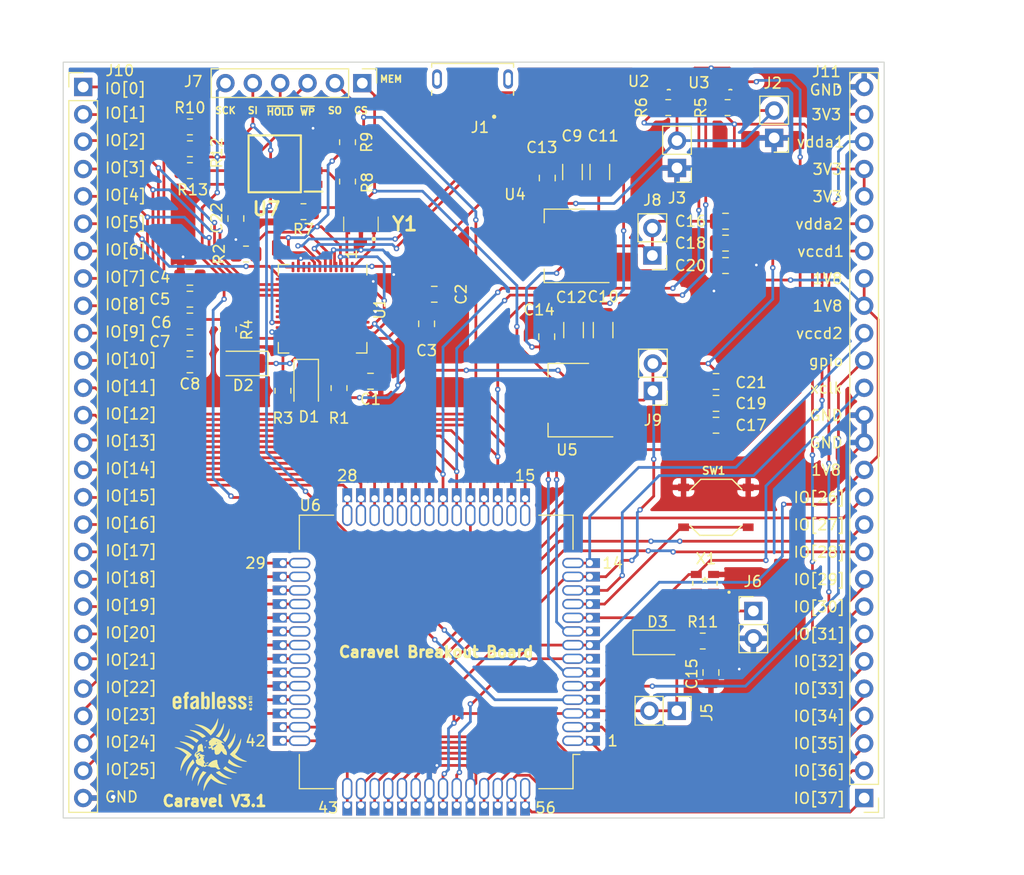
<source format=kicad_pcb>
(kicad_pcb (version 20211014) (generator pcbnew)
  (layers (0 "F.Cu" signal) (31 "B.Cu" signal) (34 "B.Paste" user) (35 "F.Paste" user) (36 "B.SilkS" user "B.Silkscreen") (37 "F.SilkS" user "F.Silkscreen") (38 "B.Mask" user) (39 "F.Mask" user) (44 "Edge.Cuts" user))
  (net 0 "")
  (net 1 "GND")
  (net 2 "Net-(C1-Pad2)")
  (net 3 "Net-(C2-Pad2)")
  (net 4 "Net-(C3-Pad2)")
  (net 5 "vdda")
  (net 6 "+5V")
  (net 7 "vccd")
  (net 8 "Net-(D1-Pad1)")
  (net 9 "Net-(D1-Pad2)")
  (net 10 "Net-(D2-Pad1)")
  (net 11 "Net-(D2-Pad2)")
  (net 12 "gpio")
  (net 13 "Net-(D3-Pad2)")
  (net 14 "FTDI_D-")
  (net 15 "FTDI_D+")
  (net 18 "UART_EN")
  (net 19 "xclk")
  (net 20 "vccd2")
  (net 21 "vccd1")
  (net 22 "vdda2")
  (net 23 "vdda1")
  (net 24 "Net-(J6-Pad1)")
  (net 25 "Caravel_CSB")
  (net 26 "Caravel_D1")
  (net 27 "~{MEM_WP}")
  (net 28 "~{MEM_HOLD}")
  (net 29 "Caravel_D0")
  (net 30 "Caravel_SCK")
  (net 31 "Net-(R2-Pad2)")
  (net 32 "~{RST}")
  (net 33 "Net-(U1-Pad1)")
  (net 34 "Net-(U1-Pad2)")
  (net 35 "USB_SCK_TXD")
  (net 36 "USB_SO_RXD")
  (net 37 "USB_SI")
  (net 38 "USB_CS1")
  (net 53 "mprj_io[6]_ser_tx")
  (net 54 "mprj_io[5]_ser_rx")
  (net 55 "mprj_io[0]")
  (net 56 "mprj_io[7]")
  (net 57 "mprj_io[8]")
  (net 58 "mprj_io[9]")
  (net 59 "mprj_io[10]")
  (net 60 "mprj_io[11]")
  (net 61 "mprj_io[12]")
  (net 62 "mprj_io[13]")
  (net 63 "mprj_io[14]")
  (net 64 "mprj_io[15]")
  (net 65 "mprj_io[16]")
  (net 66 "mprj_io[17]")
  (net 67 "mprj_io[18]")
  (net 68 "mprj_io[19]")
  (net 69 "mprj_io[20]")
  (net 70 "mprj_io[21]")
  (net 71 "mprj_io[22]")
  (net 72 "mprj_io[23]")
  (net 73 "mprj_io[24]")
  (net 74 "mprj_io[25]")
  (net 75 "mprj_io[26]")
  (net 76 "mprj_io[27]")
  (net 77 "mprj_io[28]")
  (net 78 "mprj_io[29]")
  (net 79 "mprj_io[30]")
  (net 80 "mprj_io[31]")
  (net 81 "mprj_io[32]")
  (net 82 "mprj_io[33]")
  (net 83 "mprj_io[34]")
  (net 84 "mprj_io[35]")
  (net 85 "mprj_io[36]")
  (net 86 "mprj_io[37]")
  (footprint "strive_foot_prints:FCI_10118193-0001LF" (layer "F.Cu") (at 138 60.325 180)
    (fp_text reference "J1")
    (fp_text value "USB_B_Micro - 10118193-0001LF")
  )
  (footprint "Package_TO_SOT_SMD:SOT-223" (layer "F.Cu") (at 146.9136 90.1446 180)
    (fp_text reference "U5")
    (fp_text value "AZ1117-3.3")
  )
  (footprint "LED_SMD:LED_1206_3216Metric" (layer "F.Cu") (at 155.1705 112.649)
    (fp_text reference "D3")
    (fp_text value "LED - 17-215SURC/S530-A2/TR8")
  )
  (footprint "Capacitor_SMD:C_0805_2012Metric" (layer "F.Cu") (at 111.76 78.74)
    (fp_text reference "C4")
    (fp_text value "0.1uf - CC0805KRX7R9BB104")
  )
  (footprint "strive_foot_prints:SOIC127P790X216-8N" (layer "F.Cu") (at 119.634 68.199 180)
    (fp_text reference "U7")
    (fp_text value "W25Q32FVSS" hide)
  )
  (footprint "Capacitor_SMD:C_1206_3216Metric" (layer "F.Cu") (at 147.3708 83.6422 -90)
    (fp_text reference "C12")
    (fp_text value "100uf - GRM31CR60J107ME39L")
  )
  (footprint "strive_foot_prints:SOT65P210X110-5N" (layer "F.Cu") (at 156.21 60.5388 180)
    (fp_text reference "U2")
    (fp_text value "SN74LVC1G125DCKR")
  )
  (footprint "Caravel_Board:ef_logo" (layer "F.Cu") (at 113.792 118.11)
    (fp_text reference "T2" hide)
    (fp_text value "Logo" hide)
  )
  (footprint "Capacitor_SMD:C_0805_2012Metric" (layer "F.Cu") (at 111.76 82.804)
    (fp_text reference "C6")
    (fp_text value "0.1uf - CC0805KRX7R9BB104")
  )
  (footprint "Capacitor_SMD:C_0805_2012Metric" (layer "F.Cu") (at 160.594 92.4814)
    (fp_text reference "C17")
    (fp_text value "22uf - CC0805MKX5R5BB226")
  )
  (footprint "Connector_PinHeader_2.54mm:PinHeader_1x02_P2.54mm_Vertical" (layer "F.Cu") (at 156.9535 118.999 -90)
    (fp_text reference "J5")
    (fp_text value "Conn_01x02_Male")
  )
  (footprint "LED_SMD:LED_1206_3216Metric" (layer "F.Cu") (at 116.713 86.741 180)
    (fp_text reference "D2")
    (fp_text value "LED - 17-215SURC/S530-A2/TR8")
  )
  (footprint "LED_SMD:LED_1206_3216Metric" (layer "F.Cu") (at 122.555 88.646 -90)
    (fp_text reference "D1")
    (fp_text value "LED - 17-215SURC/S530-A2/TR8")
  )
  (footprint "Resistor_SMD:R_0805_2012Metric" (layer "F.Cu") (at 111.76 64.77 180)
    (fp_text reference "R10")
    (fp_text value "10k - RC0805FR-0710KL")
  )
  (footprint "Capacitor_SMD:C_0805_2012Metric" (layer "F.Cu") (at 160.1235 115.443 90)
    (fp_text reference "C15")
    (fp_text value "0.1uf - CC0805KRX7R9BB104")
  )
  (footprint "Connector_PinHeader_2.54mm:PinHeader_1x06_P2.54mm_Vertical" (layer "F.Cu") (at 127.762 60.706 -90)
    (fp_text reference "J7")
    (fp_text value "Conn_01x06_Female")
  )
  (footprint "Capacitor_SMD:C_0805_2012Metric" (layer "F.Cu") (at 144.8816 84.2518 -90)
    (fp_text reference "C14")
    (fp_text value "10uf - CC0805KKX5R8BB106")
  )
  (footprint "Resistor_SMD:R_0805_2012Metric" (layer "F.Cu") (at 161.671 62.9772)
    (fp_text reference "R5")
    (fp_text value "10k")
  )
  (footprint "Resistor_SMD:R_0805_2012Metric" (layer "F.Cu") (at 122.301 72.644 180)
    (fp_text reference "R7")
    (fp_text value "10k - RC0805FR-0710KL")
  )
  (footprint "Resistor_SMD:R_0805_2012Metric" (layer "F.Cu") (at 159.3615 112.522 180)
    (fp_text reference "R11")
    (fp_text value "82 - 0805W8F820JT5E")
  )
  (footprint "Resistor_SMD:R_0805_2012Metric" (layer "F.Cu") (at 156.1592 62.9772)
    (fp_text reference "R6")
    (fp_text value "10k")
  )
  (footprint "Capacitor_SMD:C_0805_2012Metric" (layer "F.Cu") (at 111.76 86.868)
    (fp_text reference "C8")
    (fp_text value "0.1uf - CC0805KRX7R9BB104")
  )
  (footprint "Capacitor_SMD:C_0805_2012Metric" (layer "F.Cu") (at 111.76 80.772)
    (fp_text reference "C5")
    (fp_text value "0.1uf - CC0805KRX7R9BB104")
  )
  (footprint "strive_foot_prints:SW4-SMD-5.2X5.2X1.5MM" (layer "F.Cu") (at 160.5807 100.1014)
    (fp_text reference "SW1")
    (fp_text value "SW_Push - SKQGADE010")
  )
  (footprint "Resistor_SMD:R_0805_2012Metric" (layer "F.Cu") (at 126.3904 69.85 90)
    (fp_text reference "R8")
    (fp_text value "10k - RC0805FR-0710KL")
  )
  (footprint "Resistor_SMD:R_0805_2012Metric" (layer "F.Cu") (at 111.76 68.834 180)
    (fp_text reference "R13")
    (fp_text value "10k - RC0805FR-0710KL")
  )
  (footprint "strive_foot_prints:DSC6001JE1A-010.0000" (layer "F.Cu") (at 159.5647 107.1626 180)
    (fp_text reference "X1")
    (fp_text value "DSC6001_10MHZ")
  )
  (footprint "Connector_PinHeader_2.54mm:PinHeader_1x27_P2.54mm_Vertical" (layer "F.Cu") (at 101.854 61.0616)
    (fp_text reference "J10")
    (fp_text value "Conn_01x27_Female")
  )
  (footprint "Resistor_SMD:R_0805_2012Metric" (layer "F.Cu") (at 125.603 89.027 -90)
    (fp_text reference "R1")
    (fp_text value "10k - RC0805FR-0710KL")
  )
  (footprint "Capacitor_SMD:C_0805_2012Metric" (layer "F.Cu") (at 144.9324 69.5198 -90)
    (fp_text reference "C13")
    (fp_text value "10uf - CC0805KKX5R8BB106")
  )
  (footprint "Capacitor_SMD:C_0805_2012Metric" (layer "F.Cu") (at 116.0272 73.279 -90)
    (fp_text reference "C22")
    (fp_text value "0.1uf - CC0805KRX7R9BB104")
  )
  (footprint "Capacitor_SMD:C_0805_2012Metric" (layer "F.Cu") (at 160.594 90.4494)
    (fp_text reference "C19")
    (fp_text value "10uf - CC0805KKX5R8BB106")
  )
  (footprint "Package_TO_SOT_SMD:SOT-223" (layer "F.Cu") (at 146.558 75.819 180)
    (fp_text reference "U4")
    (fp_text value "AZ1117CH-1.8TRG1")
  )
  (footprint "Capacitor_SMD:C_0805_2012Metric" (layer "F.Cu") (at 134.4422 80.3148 180)
    (fp_text reference "C2")
    (fp_text value "0.1uf - CC0805KRX7R9BB104")
  )
  (footprint "Capacitor_SMD:C_0805_2012Metric" (layer "F.Cu") (at 161.478 77.6478 180)
    (fp_text reference "C20")
    (fp_text value "1uf")
  )
  (footprint "Capacitor_SMD:C_0805_2012Metric" (layer "F.Cu") (at 133.731 83.058 90)
    (fp_text reference "C3")
    (fp_text value "0.1uf - CC0805KRX7R9BB104")
  )
  (footprint "Capacitor_SMD:C_0805_2012Metric" (layer "F.Cu") (at 161.478 73.533 180)
    (fp_text reference "C16")
    (fp_text value "22uf - CC0805MKX5R5BB226")
  )
  (footprint "Resistor_SMD:R_0805_2012Metric" (layer "F.Cu") (at 120.396 89.281 90)
    (fp_text reference "R3")
    (fp_text value "150 - 0805W8J0151T5E")
  )
  (footprint "Resistor_SMD:R_0805_2012Metric" (layer "F.Cu") (at 115.316 83.566 90)
    (fp_text reference "R4")
    (fp_text value "150 - 0805W8J0151T5E")
  )
  (footprint "Connector_PinHeader_2.54mm:PinHeader_1x02_P2.54mm_Vertical" (layer "F.Cu") (at 164.0605 109.728)
    (fp_text reference "J6")
    (fp_text value "Conn_01x02_Male")
  )
  (footprint "Connector_PinHeader_2.54mm:PinHeader_1x02_P2.54mm_Vertical" (layer "F.Cu") (at 156.972 68.585 180)
    (fp_text reference "J3")
    (fp_text value "Conn_01x02_Female")
  )
  (footprint "Capacitor_SMD:C_1206_3216Metric" (layer "F.Cu") (at 147.2692 68.961 -90)
    (fp_text reference "C9")
    (fp_text value "100uf - GRM31CR60J107ME39L")
  )
  (footprint "Package_DFN_QFN:QFN-48-1EP_8x8mm_P0.5mm_EP6.2x6.2mm" (layer "F.Cu") (at 124.079 81.661 -90)
    (fp_text reference "U1")
    (fp_text value "FT232H")
  )
  (footprint "Capacitor_SMD:C_1206_3216Metric" (layer "F.Cu") (at 150.114 83.6422 -90)
    (fp_text reference "C10")
    (fp_text value "100uf - GRM31CR60J107ME39L")
  )
  (footprint "Connector_PinHeader_2.54mm:PinHeader_1x27_P2.54mm_Vertical" (layer "F.Cu") (at 174.3456 127.1016 180)
    (fp_text reference "J11")
    (fp_text value "Conn_01x20_Female")
  )
  (footprint "strive_foot_prints:SOT65P210X110-5N" (layer "F.Cu") (at 161.925 60.5388 180)
    (fp_text reference "U3")
    (fp_text value "SN74LVC1G125DCKR")
  )
  (footprint "Capacitor_SMD:C_0805_2012Metric" (layer "F.Cu") (at 128.524 88.392 180)
    (fp_text reference "C1")
    (fp_text value "0.01uf - CC0805JRX7R9BB103")
  )
  (footprint "Connector_PinHeader_2.54mm:PinHeader_1x02_P2.54mm_Vertical" (layer "F.Cu") (at 165.989 65.791 180)
    (fp_text reference "J2")
    (fp_text value "Conn_01x02_Female")
  )
  (footprint "Capacitor_SMD:C_1206_3216Metric" (layer "F.Cu") (at 149.8092 68.961 -90)
    (fp_text reference "C11")
    (fp_text value "100uf - GRM31CR60J107ME39L")
  )
  (footprint "Capacitor_SMD:C_0805_2012Metric" (layer "F.Cu") (at 161.478 75.565 180)
    (fp_text reference "C18")
    (fp_text value "10uf - CC0805KKX5R8BB106")
  )
  (footprint "Connector_PinHeader_2.54mm:PinHeader_1x02_P2.54mm_Vertical" (layer "F.Cu") (at 154.686 76.713 180)
    (fp_text reference "J8")
    (fp_text value "Conn_01x02_Male")
  )
  (footprint "strive_foot_prints:CSTNE12M0GH5L000R0" (layer "F.Cu") (at 127.635 73.787)
    (fp_text reference "Y1")
    (fp_text value "CSTNE12M0GH5L000R0" hide)
  )
  (footprint "Resistor_SMD:R_0805_2012Metric" (layer "F.Cu") (at 126.3904 66.1924 -90)
    (fp_text reference "R9")
    (fp_text value "10k - RC0805FR-0710KL")
  )
  (footprint "Connector_PinHeader_2.54mm:PinHeader_1x02_P2.54mm_Vertical" (layer "F.Cu") (at 154.7368 89.286 180)
    (fp_text reference "J9")
    (fp_text value "Conn_01x02_Male")
  )
  (footprint "Capacitor_SMD:C_0805_2012Metric" (layer "F.Cu") (at 111.76 84.836)
    (fp_text reference "C7")
    (fp_text value "0.1uf - CC0805KRX7R9BB104")
  )
  (footprint "Resistor_SMD:R_0805_2012Metric" (layer "F.Cu") (at 111.76 66.802 180)
    (fp_text reference "R12")
    (fp_text value "10k - RC0805FR-0710KL")
  )
  (footprint "Caravel_Board:caravel_breakout_flexy" (layer "F.Cu") (at 134.62 113.538)
    (fp_text reference "U6")
    (fp_text value "caravel_breakout")
  )
  (footprint "Caravel_Board:logo" (layer "F.Cu") (at 113.665 123.063)
    (fp_text reference "T1" hide)
    (fp_text value "Logo" hide)
  )
  (footprint "Resistor_SMD:R_0805_2012Metric" (layer "F.Cu") (at 116.967 76.581)
    (fp_text reference "R2")
    (fp_text value "12K 1% - 0805W8F1202T5E")
  )
  (footprint "Capacitor_SMD:C_0805_2012Metric" (layer "F.Cu") (at 160.594 88.4174)
    (fp_text reference "C21")
    (fp_text value "1uf")
  )
  (gr_rect (start 100 58.756) (end 176.2 128.956) (layer "Edge.Cuts") (width 0.1) (fill none))
  (gr_text "xclk" (at 170.815 89.027) (layer "F.SilkS") (effects (font (size 1 1))))
  (gr_text "vdda1" (at 170.307 66.167) (layer "F.SilkS") (effects (font (size 1 1))))
  (gr_text "IO[21]" (at 106.299 114.3) (layer "F.SilkS") (effects (font (size 1 1))))
  (gr_text "CS" (at 127.635 63.246) (layer "F.SilkS") (effects (font (size 0.635 0.635))))
  (gr_text "SO" (at 125.222 63.246) (layer "F.SilkS") (effects (font (size 0.635 0.635))))
  (gr_text "IO[5]" (at 105.791 73.66) (layer "F.SilkS") (effects (font (size 1 1))))
  (gr_text "IO[26]" (at 170.18 99.187) (layer "F.SilkS") (effects (font (size 1 1))))
  (gr_text "56" (at 144.78 128.016) (layer "F.SilkS") (effects (font (size 1 1))))
  (gr_text "IO[34]" (at 170.18 119.507) (layer "F.SilkS") (effects (font (size 1 1))))
  (gr_text "42" (at 117.856 121.793) (layer "F.SilkS") (effects (font (size 1 1))))
  (gr_text "IO[7]" (at 105.791 78.74) (layer "F.SilkS") (effects (font (size 1 1))))
  (gr_text "28" (at 126.365 97.155) (layer "F.SilkS") (effects (font (size 1 1))))
  (gr_text "IO[2]" (at 105.791 66.04) (layer "F.SilkS") (effects (font (size 1 1))))
  (gr_text "IO[0]" (at 105.7656 61.214) (layer "F.SilkS") (effects (font (size 1 1))))
  (gr_text "gpio" (at 170.815 86.487) (layer "F.SilkS") (effects (font (size 1 1))))
  (gr_text "14" (at 151.003 105.283) (layer "F.SilkS") (effects (font (size 1 1))))
  (gr_text "IO[17]" (at 106.299 104.14) (layer "F.SilkS") (effects (font (size 1 1))))
  (gr_text "IO[4]" (at 105.791 71.12) (layer "F.SilkS") (effects (font (size 1 1))))
  (gr_text "SCK" (at 115.062 63.246) (layer "F.SilkS") (effects (font (size 0.635 0.635))))
  (gr_text "IO[13]" (at 106.299 93.98) (layer "F.SilkS") (effects (font (size 1 1))))
  (gr_text "vdda2" (at 170.18 73.787) (layer "F.SilkS") (effects (font (size 1 1))))
  (gr_text "IO[33]" (at 170.18 116.967) (layer "F.SilkS") (effects (font (size 1 1))))
  (gr_text "GND" (at 170.815 61.341) (layer "F.SilkS") (effects (font (size 1 1))))
  (gr_text "IO[37]" (at 170.18 127.127) (layer "F.SilkS") (effects (font (size 1 1))))
  (gr_text "IO[20]" (at 106.299 111.76) (layer "F.SilkS") (effects (font (size 1 1))))
  (gr_text "1\n" (at 126.746 76.581 90) (layer "F.SilkS") (effects (font (size 1 1))))
  (gr_text "1V8" (at 170.815 96.647) (layer "F.SilkS") (effects (font (size 1 1))))
  (gr_text "3V3" (at 170.8404 63.627) (layer "F.SilkS") (effects (font (size 1 1))))
  (gr_text "43" (at 124.587 128.016) (layer "F.SilkS") (effects (font (size 1 1))))
  (gr_text "IO[10]" (at 106.299 86.36) (layer "F.SilkS") (effects (font (size 1 1))))
  (gr_text "IO[32]" (at 170.18 114.427) (layer "F.SilkS") (effects (font (size 1 1))))
  (gr_text "29" (at 117.856 105.283) (layer "F.SilkS") (effects (font (size 1 1))))
  (gr_text "IO[8]" (at 105.791 81.28) (layer "F.SilkS") (effects (font (size 1 1))))
  (gr_text "IO[22]" (at 106.299 116.84) (layer "F.SilkS") (effects (font (size 1 1))))
  (gr_text "15" (at 142.875 97.155) (layer "F.SilkS") (effects (font (size 1 1))))
  (gr_text "~{WP}" (at 122.682 63.373) (layer "F.SilkS") (effects (font (size 0.635 0.635))))
  (gr_text "IO[35]" (at 170.18 122.047) (layer "F.SilkS") (effects (font (size 1 1))))
  (gr_text "1V8" (at 170.942 81.407) (layer "F.SilkS") (effects (font (size 1 1))))
  (gr_text "IO[16]" (at 106.299 101.6) (layer "F.SilkS") (effects (font (size 1 1))))
  (gr_text "MEM\n" (at 130.429 60.325) (layer "F.SilkS") (effects (font (size 0.635 0.635))))
  (gr_text "GND" (at 105.41 127) (layer "F.SilkS") (effects (font (size 1 1))))
  (gr_text "IO[1]" (at 105.791 63.5) (layer "F.SilkS") (effects (font (size 1 1))))
  (gr_text "IO[6]" (at 105.791 76.2) (layer "F.SilkS") (effects (font (size 1 1))))
  (gr_text "IO[29]" (at 170.18 106.807) (layer "F.SilkS") (effects (font (size 1 1))))
  (gr_text "IO[18]" (at 106.299 106.68) (layer "F.SilkS") (effects (font (size 1 1))))
  (gr_text "GND" (at 170.815 94.107) (layer "F.SilkS") (effects (font (size 1 1))))
  (gr_text "IO[12]" (at 106.299 91.44) (layer "F.SilkS") (effects (font (size 1 1))))
  (gr_text "IO[11]" (at 106.299 88.9) (layer "F.SilkS") (effects (font (size 1 1))))
  (gr_text "IO[30]" (at 170.18 109.347) (layer "F.SilkS") (effects (font (size 1 1))))
  (gr_text "IO[27]" (at 170.18 101.727) (layer "F.SilkS") (effects (font (size 1 1))))
  (gr_text "IO[9]" (at 105.791 83.82) (layer "F.SilkS") (effects (font (size 1 1))))
  (gr_text "IO[15]" (at 106.299 99.06) (layer "F.SilkS") (effects (font (size 1 1))))
  (gr_text "IO[23]" (at 106.299 119.38) (layer "F.SilkS") (effects (font (size 1 1))))
  (gr_text "IO[19]" (at 106.299 109.22) (layer "F.SilkS") (effects (font (size 1 1))))
  (gr_text "IO[31]" (at 170.18 111.887) (layer "F.SilkS") (effects (font (size 1 1))))
  (gr_text "3V3" (at 170.942 71.247) (layer "F.SilkS") (effects (font (size 1 1))))
  (gr_text "IO[36]" (at 170.18 124.587) (layer "F.SilkS") (effects (font (size 1 1))))
  (gr_text "1V8" (at 170.942 78.867) (layer "F.SilkS") (effects (font (size 1 1))))
  (gr_text "SI" (at 117.602 63.246) (layer "F.SilkS") (effects (font (size 0.635 0.635))))
  (gr_text "IO[14]" (at 106.299 96.52) (layer "F.SilkS") (effects (font (size 1 1))))
  (gr_text "GND" (at 170.815 91.567) (layer "F.SilkS") (effects (font (size 1 1))))
  (gr_text "IO[25]" (at 106.299 124.46) (layer "F.SilkS") (effects (font (size 1 1))))
  (gr_text "IO[3]" (at 105.791 68.58) (layer "F.SilkS") (effects (font (size 1 1))))
  (gr_text "~{HOLD}" (at 120.142 63.373) (layer "F.SilkS") (effects (font (size 0.635 0.635))))
  (gr_text "vccd2" (at 170.18 83.947) (layer "F.SilkS") (effects (font (size 1 1))))
  (gr_text "IO[24]" (at 106.299 121.92) (layer "F.SilkS") (effects (font (size 1 1))))
  (gr_text "Caravel V3.1" (at 114.046 127.381) (layer "F.SilkS") (effects (font (size 1 1) (thickness 0.25))))
  (gr_text "vccd1" (at 170.307 76.327) (layer "F.SilkS") (effects (font (size 1 1))))
  (gr_text "1\n" (at 151.003 121.793) (layer "F.SilkS") (effects (font (size 1 1))))
  (gr_text "IO[28]" (at 170.18 104.267) (layer "F.SilkS") (effects (font (size 1 1))))
  (gr_text "3V3" (at 170.942 68.707) (layer "F.SilkS") (effects (font (size 1 1))))
  (gr_text "Caravel Breakout Board" (at 134.62 113.538) (layer "F.SilkS") (effects (font (size 1 1) (thickness 0.25))))
  (segment (start 116.0272 74.229) (end 116.0272 75.2348) (width 0.254) (layer "F.Cu") (net 1))
  (segment (start 101.854 127.1016) (end 104.5464 127.1016) (width 0.254) (layer "F.Cu") (net 1))
  (segment (start 110.81 80.772) (end 110.81 82.804) (width 0.254) (layer "F.Cu") (net 1))
  (segment (start 134.683134 124.0721) (end 133.985 124.770234) (width 0.254) (layer "F.Cu") (net 1))
  (segment (start 110.81 82.804) (end 110.81 84.836) (width 0.254) (layer "F.Cu") (net 1))
  (segment (start 158.51 78.119) (end 160.401 80.01) (width 0.254) (layer "F.Cu") (net 1))
  (segment (start 146.2362 83.3018) (end 147.3708 82.1672) (width 0.254) (layer "F.Cu") (net 1))
  (segment (start 137.795 126.231) (end 138.303 125.723) (width 0.254) (layer "F.Cu") (net 1))
  (segment (start 116.0272 75.2348) (end 116.0272 76.5537) (width 0.254) (layer "F.Cu") (net 1))
  (segment (start 125.095 76.2) (end 125.18412 76.28912) (width 0.254) (layer "F.Cu") (net 1))
  (segment (start 158.6188 59.309) (end 160.147 59.309) (width 0.254) (layer "F.Cu") (net 1))
  (segment (start 137.795 126.231) (end 137.795 127.781) (width 0.254) (layer "F.Cu") (net 1))
  (segment (start 129.474 88.392) (end 129.474 87.7435) (width 0.254) (layer "F.Cu") (net 1))
  (segment (start 160.147 59.309) (end 161.839178 59.309) (width 0.254) (layer "F.Cu") (net 1))
  (segment (start 127.2665 85.536) (end 126.329 85.536) (width 0.254) (layer "F.Cu") (net 1))
  (segment (start 125.18412 77.64112) (end 125.329 77.786) (width 0.254) (layer "F.Cu") (net 1))
  (segment (start 110.81 86.868) (end 110.81 84.836) (width 0.254) (layer "F.Cu") (net 1))
  (segment (start 147.3708 82.1672) (end 150.114 82.1672) (width 0.254) (layer "F.Cu") (net 1))
  (segment (start 119.471 83.911) (end 120.204 83.911) (width 0.254) (layer "F.Cu") (net 1))
  (segment (start 159.6072 92.4446) (end 159.644 92.4814) (width 0.254) (layer "F.Cu") (net 1))
  (segment (start 138.303 125.723) (end 138.303 124.841) (width 0.254) (layer "F.Cu") (net 1))
  (segment (start 130.048 79.121) (end 130.683 78.486) (width 0.254) (layer "F.Cu") (net 1))
  (segment (start 150.0636 92.4446) (end 159.6072 92.4446) (width 0.254) (layer "F.Cu") (net 1))
  (segment (start 128.568 78.911) (end 128.778 79.121) (width 0.254) (layer "F.Cu") (net 1))
  (segment (start 162.408578 59.8784) (end 162.9664 59.8784) (width 0.254) (layer "F.Cu") (net 1))
  (segment (start 149.8092 67.486) (end 149.8092 62.0268) (width 0.254) (layer "F.Cu") (net 1))
  (segment (start 170.1758 98.2514) (end 174.3456 94.0816) (width 0.254) (layer "F.Cu") (net 1))
  (segment (start 125.182 76.2) (end 125.095 76.2) (width 0.254) (layer "F.Cu") (net 1))
  (segment (start 121.92 77.089) (end 122.047 76.962) (width 0.254) (layer "F.Cu") (net 1))
  (segment (start 174.3456 61.0616) (end 172.1104 61.0616) (width 0.254) (layer "F.Cu") (net 1))
  (segment (start 162.428 73.533) (end 162.428 75.565) (width 0.254) (layer "F.Cu") (net 1))
  (segment (start 162.7505 115.1255) (end 161.483 116.393) (width 0.254) (layer "F.Cu") (net 1))
  (segment (start 138.303 124.841) (end 137.5341 124.0721) (width 0.254) (layer "F.Cu") (net 1))
  (segment (start 149.708 78.119) (end 158.51 78.119) (width 0.254) (layer "F.Cu") (net 1))
  (segment (start 152.4 59.436) (end 156.809 59.436) (width 0.254) (layer "F.Cu") (net 1))
  (segment (start 127.954 78.911) (end 128.568 78.911) (width 0.254) (layer "F.Cu") (net 1))
  (segment (start 127.954 78.911) (end 127.954 79.411) (width 0.254) (layer "F.Cu") (net 1))
  (segment (start 129.474 87.7435) (end 127.2665 85.536) (width 0.254) (layer "F.Cu") (net 1))
  (segment (start 171.958 61.0616) (end 174.3456 61.0616) (width 0.254) (layer "F.Cu") (net 1))
  (segment (start 133.731 84.008) (end 135.3922 82.3468) (width 0.254) (layer "F.Cu") (net 1))
  (segment (start 127.635 76.2) (end 127.635 74.041) (width 0.254) (layer "F.Cu") (net 1))
  (segment (start 110.81 78.74) (end 110.81 80.772) (width 0.254) (layer "F.Cu") (net 1))
  (segment (start 143.51 61.595) (end 147.2692 65.3542) (width 0.254) (layer "F.Cu") (net 1))
  (segment (start 137.423778 61.595) (end 143.51 61.595) (width 0.254) (layer "F.Cu") (net 1))
  (segment (start 128.778 79.121) (end 130.048 79.121) (width 0.254) (layer "F.Cu") (net 1))
  (segment (start 119.38 83.82) (end 119.471 83.911) (width 0.254) (layer "F.Cu") (net 1))
  (segment (start 111.125 78.425) (end 110.81 78.74) (width 0.254) (layer "F.Cu") (net 1))
  (segment (start 121.829 77.18) (end 121.829 77.786) (width 0.254) (layer "F.Cu") (net 1))
  (segment (start 128.9812 81.9404) (end 128.9518 81.911) (width 0.254) (layer "F.Cu") (net 1))
  (segment (start 164.338 77.597) (end 162.4788 77.597) (width 0.254) (layer "F.Cu") (net 1))
  (segment (start 163.5807 98.2514) (end 170.1758 98.2514) (width 0.254) (layer "F.Cu") (net 1))
  (segment (start 161.839178 59.309) (end 162.408578 59.8784) (width 0.254) (layer "F.Cu") (net 1))
  (segment (start 162.4788 77.597) (end 162.428 77.6478) (width 0.254) (layer "F.Cu") (net 1))
  (segment (start 164.0605 113.8155) (end 162.7505 115.1255) (width 0.254) (layer "F.Cu") (net 1))
  (segment (start 123.234 66.294) (end 123.234 64.941) (width 0.254) (layer "F.Cu") (net 1))
  (segment (start 121.829 77.786) (end 122.829 77.786) (width 0.254) (layer "F.Cu") (net 1))
  (segment (start 137.5341 124.0721) (end 134.683134 124.0721) (width 0.254) (layer "F.Cu") (net 1))
  (segment (start 156.809 59.436) (end 157.2514 59.8784) (width 0.254) (layer "F.Cu") (net 1))
  (segment (start 147.2692 65.3542) (end 147.2692 67.486) (width 0.254) (layer "F.Cu") (net 1))
  (segment (start 128.9518 81.911) (end 127.954 81.911) (width 0.254) (layer "F.Cu") (net 1))
  (segment (start 104.5464 127.1016) (end 104.648 127) (width 0.254) (layer "F.Cu") (net 1))
  (segment (start 133.985 124.770234) (end 133.985 126.231) (width 0.254) (layer "F.Cu") (net 1))
  (segment (start 120.204 83.911) (end 120.204 83.411) (width 0.254) (layer "F.Cu") (net 1))
  (segment (start 121.92 77.089) (end 121.829 77.18) (width 0.254) (layer "F.Cu") (net 1))
  (segment (start 163.5807 98.2514) (end 157.5807 98.2514) (width 0.254) (layer "F.Cu") (net 1))
  (segment (start 136.7 63) (end 136.7 62.318778) (width 0.254) (layer "F.Cu") (net 1))
  (segment (start 149.8092 62.0268) (end 152.4 59.436) (width 0.254) (layer "F.Cu") (net 1))
  (segment (start 123.234 64.941) (end 123.19 64.897) (width 0.254) (layer "F.Cu") (net 1))
  (segment (start 161.483 116.393) (end 160.1235 116.393) (width 0.254) (layer "F.Cu") (net 1))
  (segment (start 174.3456 94.0816) (end 174.3456 91.5416) (width 0.254) (layer "F.Cu") (net 1))
  (segment (start 172.1104 61.0616) (end 172.085 61.087) (width 0.254) (layer "F.Cu") (net 1))
  (segment (start 157.2514 59.8784) (end 158.0494 59.8784) (width 0.254) (layer "F.Cu") (net 1))
  (segment (start 136.7 62.318778) (end 137.423778 61.595) (width 0.254) (layer "F.Cu") (net 1))
  (segment (start 158.0494 59.8784) (end 158.6188 59.309) (width 0.254) (layer "F.Cu") (net 1))
  (segment (start 135.3922 82.3468) (end 135.3922 80.3148) (width 0.254) (layer "F.Cu") (net 1))
  (segment (start 111.125 76.835) (end 111.125 78.425) (width 0.254) (layer "F.Cu") (net 1))
  (segment (start 164.0605 112.268) (end 164.0605 113.8155) (width 0.254) (layer "F.Cu") (net 1))
  (segment (start 144.8816 83.3018) (end 146.2362 83.3018) (width 0.254) (layer "F.Cu") (net 1))
  (segment (start 125.18412 76.28912) (end 125.18412 77.64112) (width 0.254) (layer "F.Cu") (net 1))
  (segment (start 127.954 81.911) (end 127.954 82.411) (width 0.254) (layer "F.Cu") (net 1))
  (segment (start 162.428 77.6478) (end 162.428 75.565) (width 0.254) (layer "F.Cu") (net 1))
  (segment (start 133.985 126.231) (end 133.985 127.781) (width 0.254) (layer "F.Cu") (net 1))
  (via (at 119.38 83.82) (size 0.5) (drill 0.25) (layers "F.Cu" "B.Cu") (net 1))
  (via (at 128.9812 81.9404) (size 0.5) (drill 0.25) (layers "F.Cu" "B.Cu") (net 1))
  (via (at 125.095 76.2) (size 0.5) (drill 0.25) (layers "F.Cu" "B.Cu") (net 1))
  (via (at 122.047 76.962) (size 0.5) (drill 0.25) (layers "F.Cu" "B.Cu") (net 1))
  (via (at 128.778 79.121) (size 0.5) (drill 0.25) (layers "F.Cu" "B.Cu") (net 1))
  (via (at 111.125 76.835) (size 0.5) (drill 0.25) (layers "F.Cu" "B.Cu") (net 1))
  (via (at 160.401 80.01) (size 0.5) (drill 0.25) (layers "F.Cu" "B.Cu") (net 1))
  (via (at 134.683134 124.0721) (size 0.5) (drill 0.25) (layers "F.Cu" "B.Cu") (net 1))
  (via (at 130.683 78.486) (size 0.5) (drill 0.25) (layers "F.Cu" "B.Cu") (net 1))
  (via (at 116.0272 75.2348) (size 0.5) (drill 0.25) (layers "F.Cu" "B.Cu") (net 1))
  (via (at 171.958 61.0616) (size 0.5) (drill 0.25) (layers "F.Cu" "B.Cu") (net 1))
  (via (at 160.147 59.309) (size 0.5) (drill 0.25) (layers "F.Cu" "B.Cu") (net 1))
  (via (at 164.338 77.597) (size 0.5) (drill 0.25) (layers "F.Cu" "B.Cu") (net 1))
  (via (at 162.7505 115.1255) (size 0.5) (drill 0.25) (layers "F.Cu" "B.Cu") (net 1))
  (via (at 123.19 64.897) (size 0.5) (drill 0.25) (layers "F.Cu" "B.Cu") (net 1))
  (via (at 104.648 127) (size 0.8) (drill 0.4) (layers "F.Cu" "B.Cu") (net 1))
  (via (at 127.635 76.2) (size 0.5) (drill 0.25) (layers "F.Cu" "B.Cu") (net 1))
  (segment (start 115.2652 75.2348) (end 113.665 76.835) (width 0.254) (layer "B.Cu") (net 1))
  (segment (start 116.0272 75.2348) (end 115.2652 75.2348) (width 0.254) (layer "B.Cu") (net 1))
  (segment (start 164.338 79.502) (end 164.338 77.597) (width 0.254) (layer "B.Cu") (net 1))
  (segment (start 129.667 76.2) (end 130.683 77.216) (width 0.254) (layer "B.Cu") (net 1))
  (segment (start 130.683 77.216) (end 130.683 78.486) (width 0.254) (layer "B.Cu") (net 1))
  (segment (start 163.703 80.137) (end 164.338 79.502) (width 0.254) (layer "B.Cu") (net 1))
  (segment (start 127.635 76.2) (end 129.667 76.2) (width 0.254) (layer "B.Cu") (net 1))
  (segment (start 127.635 76.2) (end 125.095 76.2) (width 0.254) (layer "B.Cu") (net 1))
  (segment (start 160.528 80.137) (end 163.703 80.137) (width 0.254) (layer "B.Cu") (net 1))
  (segment (start 113.665 76.835) (end 111.125 76.835) (width 0.254) (layer "B.Cu") (net 1))
  (segment (start 160.401 80.01) (end 160.528 80.137) (width 0.254) (layer "B.Cu") (net 1))
  (segment (start 125.603 88.1145) (end 127.2965 88.1145) (width 0.254) (layer "F.Cu") (net 2))
  (segment (start 127.574 88.077) (end 127.574 88.392) (width 0.254) (layer "F.Cu") (net 2))
  (segment (start 125.829 85.536) (end 125.829 86.332) (width 0.254) (layer "F.Cu") (net 2))
  (segment (start 127.2965 88.1145) (end 127.574 88.392) (width 0.254) (layer "F.Cu") (net 2))
  (segment (start 125.829 86.332) (end 127.574 88.077) (width 0.254) (layer "F.Cu") (net 2))
  (segment (start 132.5372 80.3148) (end 133.4922 80.3148) (width 0.254) (layer "F.Cu") (net 3))
  (segment (start 127.954 83.911) (end 128.941 83.911) (width 0.254) (layer "F.Cu") (net 3))
  (segment (start 128.941 83.911) (end 132.5372 80.3148) (width 0.254) (layer "F.Cu") (net 3))
  (segment (start 130.092 84.411) (end 132.395 82.108) (width 0.254) (layer "F.Cu") (net 4))
  (segment (start 132.395 82.108) (end 133.731 82.108) (width 0.254) (layer "F.Cu") (net 4))
  (segment (start 127.954 84.411) (end 130.092 84.411) (width 0.254) (layer "F.Cu") (net 4))
  (segment (start 135.255 126.231) (end 135.255 127.781) (width 0.254) (layer "F.Cu") (net 5))
  (segment (start 148.6916 90.1446) (end 145.923 87.376) (width 0.254) (layer "F.Cu") (net 5))
  (segment (start 121.329 77.786) (end 120.712 77.786) (width 0.254) (layer "F.Cu") (net 5))
  (segment (start 121.3885 72.69575) (end 122.73375 74.041) (width 0.254) (layer "F.Cu") (net 5))
  (segment (start 112.71 78.74) (end 112.71 80.772) (width 0.254) (layer "F.Cu") (net 5))
  (segment (start 160.274 110.49) (end 160.274 112.522) (width 0.254) (layer "F.Cu") (net 5))
  (segment (start 162.2973 68.3173) (end 164.084 70.104) (width 0.254) (layer "F.Cu") (net 5))
  (segment (start 123.329 77.786) (end 123.329 77.355) (width 0.254) (layer "F.Cu") (net 5))
  (segment (start 160.8836 62.8521) (end 160.7585 62.9772) (width 0.254) (layer "F.Cu") (net 5))
  (segment (start 125.73 77.653) (end 125.829 77.752) (width 0.254) (layer "F.Cu") (net 5))
  (segment (start 161.544 90.4494) (end 161.544 88.4174) (width 0.254) (layer "F.Cu") (net 5))
  (segment (start 160.7585 62.9772) (end 162.2973 64.516) (width 0.254) (layer "F.Cu") (net 5))
  (segment (start 125.8081 67.1049) (end 124.968 67.945) (width 0.254) (layer "F.Cu") (net 5))
  (segment (start 155.2467 61.2773) (end 155.1686 61.1992) (width 0.254) (layer "F.Cu") (net 5))
  (segment (start 160.274 112.522) (end 160.274 114.3425) (width 0.254) (layer "F.Cu") (net 5))
  (segment (start 154.7368 89.286) (end 154.7368 86.746) (width 0.254) (layer "F.Cu") (net 5))
  (segment (start 111.76 70.104) (end 110.8475 69.1915) (width 0.254) (layer "F.Cu") (net 5))
  (segment (start 146.692 106.546) (end 147.32 106.546) (width 0.254) (layer "F.Cu") (net 5))
  (segment (start 119.507 76.581) (end 119.507 75.819) (width 0.254) (layer "F.Cu") (net 5))
  (segment (start 120.396 84.582) (end 120.225 84.411) (width 0.254) (layer "F.Cu") (net 5))
  (segment (start 112.71 84.836) (end 112.71 82.804) (width 0.254) (layer "F.Cu") (net 5))
  (segment (start 154.4135 118.999) (end 149.117 118.999) (width 0.254) (layer "F.Cu") (net 5))
  (segment (start 162.2973 64.516) (end 168.783 64.516) (width 0.254) (layer "F.Cu") (net 5))
  (segment (start 148.87 119.246) (end 147.32 119.246) (width 0.254) (layer "F.Cu") (net 5))
  (segment (start 110.8475 64.77) (end 110.8475 66.802) (width 0.254) (layer "F.Cu") (net 5))
  (segment (start 159.8726 86.746) (end 154.7368 86.746) (width 0.254) (layer "F.Cu") (net 5))
  (segment (start 158.7646 107.9881) (end 158.7646 108.9806) (width 0.254) (layer "F.Cu") (net 5))
  (segment (start 116.0272 72.329) (end 116.0272 70.1108) (width 0.254) (layer "F.Cu") (net 5))
  (segment (start 158.369 114.427) (end 160.0575 114.427) (width 0.254) (layer "F.Cu") (net 5))
  (segment (start 120.225 84.411) (end 119.463 84.411) (width 0.254) (layer "F.Cu") (net 5))
  (segment (start 155.2467 62.9772) (end 155.2467 61.2773) (width 0.254) (layer "F.Cu") (net 5))
  (segment (start 122.428 76.454) (end 121.031 76.454) (width 0.254) (layer "F.Cu") (net 5))
  (segment (start 164.084 70.104) (end 165.862 71.882) (width 0.254) (layer "F.Cu") (net 5))
  (segment (start 151.892 105.029) (end 150.375 106.546) (width 0.254) (layer "F.Cu") (net 5))
  (segment (start 120.396 88.3685) (end 124.032 88.3685) (width 0.254) (layer "F.Cu") (net 5))
  (segment (start 170.9674 63.6016) (end 169.418 65.151) (width 0.254) (layer "F.Cu") (net 5))
  (segment (start 136.271 116.967) (end 146.692 106.546) (width 0.254) (layer "F.Cu") (net 5))
  (segment (start 161.544 88.4174) (end 159.8726 86.746) (width 0.254) (layer "F.Cu") (net 5))
  (segment (start 129.794 80.899) (end 128.806 79.911) (width 0.254) (layer "F.Cu") (net 5))
  (segment (start 153.8782 90.1446) (end 154.7368 89.286) (width 0.254) (layer "F.Cu") (net 5))
  (segment (start 153.924 64.2999) (end 155.2467 62.9772) (width 0.254) (layer "F.Cu") (net 5))
  (segment (start 150.0636 90.1446) (end 148.6916 90.1446) (width 0.254) (layer "F.Cu") (net 5))
  (segment (start 162.2973 64.516) (end 162.2973 68.3173) (width 0.254) (layer "F.Cu") (net 5))
  (segment (start 112.71 86.868) (end 112.71 84.836) (width 0.254) (layer "F.Cu") (net 5))
  (segment (start 148.87 106.546) (end 147.32 106.546) (width 0.254) (layer "F.Cu") (net 5))
  (segment (start 110.8475 69.1915) (end 110.8475 68.834) (width 0.254) (layer "F.Cu") (net 5))
  (segment (start 137.414 87.376) (end 132.461 87.376) (width 0.254) (layer "F.Cu") (net 5))
  (segment (start 158.7646 108.9806) (end 160.274 110.49) (width 0.254) (layer "F.Cu") (net 5))
  (segment (start 156.9535 115.8425) (end 158.369 114.427) (width 0.254) (layer "F.Cu") (net 5))
  (segment (start 119.888 75.057) (end 120.904 75.057) (width 0.254) (layer "F.Cu") (net 5))
  (segment (start 128.806 79.911) (end 127.954 79.911) (width 0.254) (layer "F.Cu") (net 5))
  (segment (start 150.375 106.546) (end 148.87 106.546) (width 0.254) (layer "F.Cu") (net 5))
  (segment (start 121.3885 72.644) (end 121.3885 72.69575) (width 0.254) (layer "F.Cu") (net 5))
  (segment (start 150.0636 90.1446) (end 153.8782 90.1446) (width 0.254) (layer "F.Cu") (net 5))
  (segment (start 123.952 74.041) (end 123.571 74.041) (width 0.254) (layer "F.Cu") (net 5))
  (segment (start 154.4135 118.999) (end 156.9535 118.999) (width 0.254) (layer "F.Cu") (net 5))
  (segment (start 120.204 84.411) (end 119.463 84.411) (width 0.254) (layer "F.Cu") (net 5))
  (segment (start 135.255 124.968) (end 135.382 124.841) (width 0.254) (layer "F.Cu") (net 5))
  (segment (start 125.6265 89.916) (end 125.603 89.9395) (width 0.254) (layer "F.Cu") (net 5))
  (segment (start 121.3885 72.644) (end 116.3422 72.644) (width 0.254) (layer "F.Cu") (net 5))
  (segment (start 171.0436 68.6816) (end 174.3456 68.6816) (width 0.254) (layer "F.Cu") (net 5))
  (segment (start 120.904 75.057) (end 120.904 76.327) (width 0.254) (layer "F.Cu") (net 5))
  (segment (start 119.507 75.819) (end 119.507 75.438) (width 0.254) (layer "F.Cu") (net 5))
  (segment (start 120.904 76.327) (end 121.031 76.454) (width 0.254) (layer "F.Cu") (net 5))
  (segment (start 136.271 120.142) (end 136.271 116.967) (width 0.254) (layer "F.Cu") (net 5))
  (segment (start 119.463 84.411) (end 117.0735 84.411) (width 0.254) (layer "F.Cu") (net 5))
  (segment (start 147.313 119.253) (end 147.32 119.246) (width 0.254) (layer "F.Cu") (net 5))
  (segment (start 116.0272 70.1108) (end 116.034 70.104) (width 0.254) (layer "F.Cu") (net 5))
  (segment (start 174.3456 63.6016) (end 170.9674 63.6016) (width 0.254) (layer "F.Cu") (net 5))
  (segment (start 127.954 82.911) (end 127.954 83.411) (width 0.254) (layer "F.Cu") (net 5))
  (segment (start 161.544 92.4814) (end 161.544 90.4494) (width 0.254) (layer "F.Cu") (net 5))
  (segment (start 153.924 64.389) (end 153.924 64.2999) (width 0.254) (layer "F.Cu") (net 5))
  (segment (start 125.73 76.835) (end 125.73 77.653) (width 0.254) (layer "F.Cu") (net 5))
  (segment (start 126.3904 68.9375) (end 126.3904 67.1049) (width 0.254) (layer "F.Cu") (net 5))
  (segment (start 149.117 118.999) (end 148.87 119.246) (width 0.254) (layer "F.Cu") (net 5))
  (segment (start 120.396 88.3685) (end 120.396 84.582) (width 0.254) (layer "F.Cu") (net 5))
  (segment (start 154.813 95.631) (end 154.813 99.06) (width 0.254) (layer "F.Cu") (net 5))
  (segment (start 129.794 82.169) (end 128.905 83.058) (width 0.254) (layer "F.Cu") (net 5))
  (segment (start 129.794 80.899) (end 129.794 82.169) (width 0.254) (layer "F.Cu") (net 5))
  (segment (start 174.3456 68.6816) (end 174.3456 71.2216) (width 0.254) (layer "F.Cu") (net 5))
  (segment (start 116.3422 72.644) (end 116.0272 72.329) (width 0.254) (layer "F.Cu") (net 5))
  (segment (start 127.954 83.411) (end 128.552 83.411) (width 0.254) (layer "F.Cu") (net 5))
  (segment (start 116.034 70.104) (end 111.76 70.104) (width 0.254) (layer "F.Cu") (net 5))
  (segment (start 152.781 105.029) (end 151.892 105.029) (width 0.254) (layer "F.Cu") (net 5))
  (segment (start 169.418 65.151) (end 169.418 67.056) (width 0.254) (layer "F.Cu") (net 5))
  (segment (start 168.783 64.516) (end 169.418 65.151) (width 0.254) (layer "F.Cu") (net 5))
  (segment (start 160.8836 61.1992) (end 160.8836 62.8521) (width 0.254) (layer "F.Cu") (net 5))
  (segment (start 112.8605 82.6535) (end 112.71 82.804) (width 0.254) (layer "F.Cu") (net 5))
  (segment (start 165.862 71.882) (end 165.862 77.851) (width 0.254) (layer "F.Cu") (net 5))
  (segment (start 137.16 119.253) (end 147.313 119.253) (width 0.254) (layer "F.Cu") (net 5))
  (segment (start 115.316 82.6535) (end 112.8605 82.6535) (width 0.254) (layer "F.Cu") (net 5))
  (segment (start 120.712 77.786) (end 119.507 76.581) (width 0.254) (layer "F.Cu") (net 5))
  (segment (start 132.461 87.376) (end 131.064 88.773) (width 0.254) (layer "F.Cu") (net 5))
  (segment (start 154.813 99.06) (end 153.543 100.33) (width 0.254) (layer "F.Cu") (net 5))
  (segment (start 124.032 88.3685) (end 125.603 89.9395) (width 0.254) (layer "F.Cu") (net 5))
  (segment (start 125.73 76.835) (end 125.73 75.819) (width 0.254) (layer "F.Cu") (net 5))
  (segment (start 117.0735 84.411) (end 115.316 82.6535) (width 0.254) (layer "F.Cu") (net 5))
  (segment (start 135.255 126.231) (end 135.255 124.968) (width 0.254) (layer "F.Cu") (net 5))
  (segment (start 169.418 67.056) (end 171.0436 68.6816) (width 0.254) (layer "F.Cu") (net 5))
  (segment (start 112.71 80.772) (end 112.71 82.804) (width 0.254) (layer "F.Cu") (net 5))
  (segment (start 156.9535 118.999) (end 156.9535 115.8425) (width 0.254) (layer "F.Cu") (net 5))
  (segment (start 127.508 89.916) (end 125.6265 89.916) (width 0.254) (layer "F.Cu") (net 5))
  (segment (start 119.507 75.438) (end 119.888 75.057) (width 0.254) (layer "F.Cu") (net 5))
  (segment (start 160.274 114.3425) (end 160.1235 114.493) (width 0.254) (layer "F.Cu") (net 5))
  (segment (start 125.73 75.819) (end 123.952 74.041) (width 0.254) (layer "F.Cu") (net 5))
  (segment (start 128.552 83.411) (end 128.905 83.058) (width 0.254) (layer "F.Cu") (net 5))
  (segment (start 110.8475 66.802) (end 110.8475 68.834) (width 0.254) (layer "F.Cu") (net 5))
  (segment (start 123.329 77.355) (end 122.428 76.454) (width 0.254) (layer "F.Cu") (net 5))
  (segment (start 122.73375 74.041) (end 123.571 74.041) (width 0.254) (layer "F.Cu") (net 5))
  (segment (start 126.3904 67.1049) (end 125.8081 67.1049) (width 0.254) (layer "F.Cu") (net 5))
  (segment (start 136.271 120.142) (end 137.16 119.253) (width 0.254) (layer "F.Cu") (net 5))
  (segment (start 160.0575 114.427) (end 160.1235 114.493) (width 0.254) (layer "F.Cu") (net 5))
  (via (at 120.904 75.057) (size 0.5) (drill 0.25) (layers "F.Cu" "B.Cu") (net 5))
  (via (at 127.508 89.916) (size 0.5) (drill 0.25) (layers "F.Cu" "B.Cu") (net 5))
  (via (at 123.571 74.041) (size 0.5) (drill 0.25) (layers "F.Cu" "B.Cu") (net 5))
  (via (at 124.968 67.945) (size 0.5) (drill 0.25) (layers "F.Cu" "B.Cu") (net 5))
  (via (at 136.271 120.142) (size 0.5) (drill 0.25) (layers "F.Cu" "B.Cu") (net 5))
  (via (at 153.924 64.389) (size 0.5) (drill 0.25) (layers "F.Cu" "B.Cu") (net 5))
  (via (at 159.8726 86.746) (size 0.5) (drill 0.25) (layers "F.Cu" "B.Cu") (net 5))
  (via (at 128.905 83.058) (size 0.5) (drill 0.25) (layers "F.Cu" "B.Cu") (net 5))
  (via (at 152.781 105.029) (size 0.5) (drill 0.25) (layers "F.Cu" "B.Cu") (net 5))
  (via (at 131.064 88.773) (size 0.5) (drill 0.25) (layers "F.Cu" "B.Cu") (net 5))
  (via (at 135.382 124.841) (size 0.5) (drill 0.25) (layers "F.Cu" "B.Cu") (net 5))
  (via (at 137.414 87.376) (size 0.5) (drill 0.25) (layers "F.Cu" "B.Cu") (net 5))
  (via (at 129.794 80.899) (size 0.5) (drill 0.25) (layers "F.Cu" "B.Cu") (net 5))
  (via (at 162.2973 64.516) (size 0.5) (drill 0.25) (layers "F.Cu" "B.Cu") (net 5))
  (via (at 154.813 95.631) (size 0.5) (drill 0.25) (layers "F.Cu" "B.Cu") (net 5))
  (via (at 145.923 87.376) (size 0.5) (drill 0.25) (layers "F.Cu" "B.Cu") (net 5))
  (via (at 165.862 77.851) (size 0.5) (drill 0.25) (layers "F.Cu" "B.Cu") (net 5))
  (via (at 125.73 76.835) (size 0.5) (drill 0.25) (layers "F.Cu" "B.Cu") (net 5))
  (via (at 153.543 100.33) (size 0.5) (drill 0.25) (layers "F.Cu" "B.Cu") (net 5))
  (segment (start 154.813 89.3622) (end 154.7368 89.286) (width 0.254) (layer "B.Cu") (net 5))
  (segment (start 165.862 77.851) (end 165.862 80.7566) (width 0.254) (layer "B.Cu") (net 5))
  (segment (start 145.923 87.376) (end 137.414 87.376) (width 0.254) (layer "B.Cu") (net 5))
  (segment (start 130.175 89.916) (end 127.508 89.916) (width 0.254) (layer "B.Cu") (net 5))
  (segment (start 131.064 89.027) (end 130.175 89.916) (width 0.254) (layer "B.Cu") (net 5))
  (segment (start 128.905 83.058) (end 131.064 85.217) (width 0.254) (layer "B.Cu") (net 5))
  (segment (start 152.781 105.029) (end 153.289 104.521) (width 0.254) (layer "B.Cu") (net 5))
  (segment (start 124.587 68.326) (end 124.968 67.945) (width 0.254) (layer "B.Cu") (net 5))
  (segment (start 122.428 75.057) (end 124.587 72.898) (width 0.254) (layer "B.Cu") (net 5))
  (segment (start 153.289 104.521) (end 153.289 100.584) (width 0.254) (layer "B.Cu") (net 5))
  (segment (start 154.813 95.631) (end 154.813 89.3622) (width 0.254) (layer "B.Cu") (net 5))
  (segment (start 135.763 124.46) (end 135.382 124.841) (width 0.254) (layer "B.Cu") (net 5))
  (segment (start 135.763 120.65) (end 135.763 124.46) (width 0.254) (layer "B.Cu") (net 5))
  (segment (start 129.159 76.835) (end 129.794 77.47) (width 0.254) (layer "B.Cu") (net 5))
  (segment (start 124.587 72.898) (end 124.587 68.326) (width 0.254) (layer "B.Cu") (net 5))
  (segment (start 136.271 120.142) (end 135.763 120.65) (width 0.254) (layer "B.Cu") (net 5))
  (segment (start 120.904 75.057) (end 122.428 75.057) (width 0.254) (layer "B.Cu") (net 5))
  (segment (start 125.73 76.835) (end 129.159 76.835) (width 0.254) (layer "B.Cu") (net 5))
  (segment (start 131.064 88.773) (end 131.064 89.027) (width 0.254) (layer "B.Cu") (net 5))
  (segment (start 154.051 64.516) (end 162.2973 64.516) (width 0.254) (layer "B.Cu") (net 5))
  (segment (start 129.794 77.47) (end 129.794 80.899) (width 0.254) (layer "B.Cu") (net 5))
  (segment (start 165.862 80.7566) (end 159.8726 86.746) (width 0.254) (layer "B.Cu") (net 5))
  (segment (start 153.924 64.389) (end 154.051 64.516) (width 0.254) (layer "B.Cu") (net 5))
  (segment (start 131.064 85.217) (end 131.064 88.773) (width 0.254) (layer "B.Cu") (net 5))
  (segment (start 153.289 100.584) (end 153.543 100.33) (width 0.254) (layer "B.Cu") (net 5))
  (segment (start 147.828 74.803) (end 149.112 73.519) (width 0.254) (layer "F.Cu") (net 6))
  (segment (start 144.7902 70.612) (end 144.9324 70.4698) (width 0.254) (layer "F.Cu") (net 6))
  (segment (start 139.319 63.019) (end 139.319 66.421) (width 0.254) (layer "F.Cu") (net 6))
  (segment (start 144.8816 85.2018) (end 143.5252 85.2018) (width 0.254) (layer "F.Cu") (net 6))
  (segment (start 149.708 70.5372) (end 149.8092 70.436) (width 0.254) (layer "F.Cu") (net 6))
  (segment (start 149.708 73.519) (end 149.708 70.5372) (width 0.254) (layer "F.Cu") (net 6))
  (segment (start 145.796 78.359) (end 145.796 78.232) (width 0.254) (layer "F.Cu") (net 6))
  (segment (start 147.3708 85.1172) (end 150.114 85.1172) (width 0.254) (layer "F.Cu") (net 6))
  (segment (start 139.3 63) (end 139.319 63.019) (width 0.254) (layer "F.Cu") (net 6))
  (segment (start 145.796 78.232) (end 147.828 76.2) (width 0.254) (layer "F.Cu") (net 6))
  (segment (start 143.51 70.612) (end 144.7902 70.612) (width 0.254) (layer "F.Cu") (net 6))
  (segment (start 147.2692 70.436) (end 149.8092 70.436) (width 0.254) (layer "F.Cu") (net 6))
  (segment (start 139.319 66.421) (end 143.51 70.612) (width 0.254) (layer "F.Cu") (net 6))
  (segment (start 144.8816 85.2018) (end 147.2862 85.2018) (width 0.254) (layer "F.Cu") (net 6))
  (segment (start 149.112 73.519) (end 149.708 73.519) (width 0.254) (layer "F.Cu") (net 6))
  (segment (start 147.2354 70.4698) (end 147.2692 70.436) (width 0.254) (layer "F.Cu") (net 6))
  (segment (start 144.9324 70.4698) (end 147.2354 70.4698) (width 0.254) (layer "F.Cu") (net 6))
  (segment (start 147.2862 85.2018) (end 147.3708 85.1172) (width 0.254) (layer "F.Cu") (net 6))
  (segment (start 143.5252 85.2018) (end 143.51 85.217) (width 0.254) (layer "F.Cu") (net 6))
  (segment (start 147.828 76.2) (end 147.828 74.803) (width 0.254) (layer "F.Cu") (net 6))
  (segment (start 150.0636 87.8446) (end 150.0636 85.1676) (width 0.254) (layer "F.Cu") (net 6))
  (segment (start 150.0636 85.1676) (end 150.114 85.1172) (width 0.254) (layer "F.Cu") (net 6))
  (via (at 143.51 85.217) (size 0.5) (drill 0.25) (layers "F.Cu" "B.Cu") (net 6))
  (via (at 145.796 78.359) (size 0.5) (drill 0.25) (layers "F.Cu" "B.Cu") (net 6))
  (segment (start 143.002 84.709) (end 143.51 85.217) (width 0.254) (layer "B.Cu") (net 6))
  (segment (start 143.002 79.756) (end 143.002 84.709) (width 0.254) (layer "B.Cu") (net 6))
  (segment (start 145.796 78.359) (end 144.399 78.359) (width 0.254) (layer "B.Cu") (net 6))
  (segment (start 144.399 78.359) (end 143.002 79.756) (width 0.254) (layer "B.Cu") (net 6))
  (segment (start 166.878 99.822) (end 171.1452 99.822) (width 0.254) (layer "F.Cu") (net 7))
  (segment (start 160.528 77.6478) (end 161.8742 78.994) (width 0.254) (layer "F.Cu") (net 7))
  (segment (start 137.795 118.364) (end 137.922 118.364) (width 0.254) (layer "F.Cu") (net 7))
  (segment (start 160.528 73.533) (end 160.528 75.565) (width 0.254) (layer "F.Cu") (net 7))
  (segment (start 174.3456 81.3816) (end 174.3456 78.8416) (width 0.254) (layer "F.Cu") (net 7))
  (segment (start 136.525 124.968) (end 136.779 124.714) (width 0.254) (layer "F.Cu") (net 7))
  (segment (start 137.922 118.364) (end 143.39 112.896) (width 0.254) (layer "F.Cu") (net 7))
  (segment (start 143.39 112.896) (end 147.32 112.896) (width 0.254) (layer "F.Cu") (net 7))
  (segment (start 149.708 75.819) (end 153.792 75.819) (width 0.254) (layer "F.Cu") (net 7))
  (segment (start 148.87 112.896) (end 147.32 112.896) (width 0.254) (layer "F.Cu") (net 7))
  (segment (start 160.528 73.533) (end 155.326 73.533) (width 0.254) (layer "F.Cu") (net 7))
  (segment (start 171.1452 99.822) (end 174.3456 96.6216) (width 0.254) (layer "F.Cu") (net 7))
  (segment (start 174.3456 81.3816) (end 175.641 82.677) (width 0.254) (layer "F.Cu") (net 7))
  (segment (start 155.326 73.533) (end 154.686 74.173) (width 0.254) (layer "F.Cu") (net 7))
  (segment (start 136.525 126.231) (end 136.525 124.968) (width 0.254) (layer "F.Cu") (net 7))
  (segment (start 153.792 75.819) (end 154.686 76.713) (width 0.254) (layer "F.Cu") (net 7))
  (segment (start 161.8742 78.994) (end 167.513 78.994) (width 0.254) (layer "F.Cu") (net 7))
  (segment (start 160.528 75.565) (end 160.528 77.6478) (width 0.254) (layer "F.Cu") (net 7))
  (segment (start 175.641 82.677) (end 175.641 95.3262) (width 0.254) (layer "F.Cu") (net 7))
  (segment (start 154.686 74.173) (end 154.686 76.713) (width 0.254) (layer "F.Cu") (net 7))
  (segment (start 136.525 126.231) (end 136.525 127.781) (width 0.254) (layer "F.Cu") (net 7))
  (segment (start 175.641 95.3262) (end 174.3456 96.6216) (width 0.254) (layer "F.Cu") (net 7))
  (via (at 137.795 118.364) (size 0.5) (drill 0.25) (layers "F.Cu" "B.Cu") (net 7))
  (via (at 167.513 78.994) (size 0.5) (drill 0.25) (layers "F.Cu" "B.Cu") (net 7))
  (via (at 136.779 124.714) (size 0.5) (drill 0.25) (layers "F.Cu" "B.Cu") (net 7))
  (via (at 166.878 99.822) (size 0.5) (drill 0.25) (layers "F.Cu" "B.Cu") (net 7))
  (segment (start 166.878 99.822) (end 166.751 99.949) (width 0.254) (layer "B.Cu") (net 7))
  (segment (start 171.958 78.994) (end 174.3456 81.3816) (width 0.254) (layer "B.Cu") (net 7))
  (segment (start 164.338 107.061) (end 155.321 107.061) (width 0.254) (layer "B.Cu") (net 7))
  (segment (start 136.779 121.031) (end 136.779 124.714) (width 0.254) (layer "B.Cu") (net 7))
  (segment (start 167.513 78.994) (end 171.958 78.994) (width 0.254) (layer "B.Cu") (net 7))
  (segment (start 137.795 118.364) (end 137.795 120.015) (width 0.254) (layer "B.Cu") (net 7))
  (segment (start 149.486 112.896) (end 148.87 112.896) (width 0.254) (layer "B.Cu") (net 7))
  (segment (start 166.751 99.949) (end 166.751 104.648) (width 0.254) (layer "B.Cu") (net 7))
  (segment (start 137.795 120.015) (end 136.779 121.031) (width 0.254) (layer "B.Cu") (net 7))
  (segment (start 155.321 107.061) (end 149.486 112.896) (width 0.254) (layer "B.Cu") (net 7))
  (segment (start 166.751 104.648) (end 164.338 107.061) (width 0.254) (layer "B.Cu") (net 7))
  (segment (start 122.329 85.536) (end 122.329 87.02) (width 0.254) (layer "F.Cu") (net 8))
  (segment (start 122.329 87.02) (end 122.555 87.246) (width 0.254) (layer "F.Cu") (net 8))
  (segment (start 120.396 90.1935) (end 122.4075 90.1935) (width 0.254) (layer "F.Cu") (net 9))
  (segment (start 122.4075 90.1935) (end 122.555 90.046) (width 0.254) (layer "F.Cu") (net 9))
  (segment (start 119.761 86.741) (end 118.113 86.741) (width 0.254) (layer "F.Cu") (net 10))
  (segment (start 121.031 86.741) (end 121.829 85.943) (width 0.254) (layer "F.Cu") (net 10))
  (segment (start 121.829 85.943) (end 121.829 85.536) (width 0.254) (layer "F.Cu") (net 10))
  (via (at 119.761 86.741) (size 0.5) (drill 0.25) (layers "F.Cu" "B.Cu") (net 10))
  (via (at 121.031 86.741) (size 0.5) (drill 0.25) (layers "F.Cu" "B.Cu") (net 10))
  (segment (start 121.031 86.741) (end 119.761 86.741) (width 0.254) (layer "B.Cu") (net 10))
  (segment (start 115.316 84.4785) (end 115.316 86.738) (width 0.254) (layer "F.Cu") (net 11))
  (segment (start 115.316 86.738) (end 115.313 86.741) (width 0.254) (layer "F.Cu") (net 11))
  (segment (start 171.958 93.726) (end 171.958 88.8492) (width 0.254) (layer "F.Cu") (net 12))
  (segment (start 149.7135 116.706) (end 151.24375 115.17575) (width 0.254) (layer "F.Cu") (net 12))
  (segment (start 151.24375 115.17575) (end 152.781 116.713) (width 0.254) (layer "F.Cu") (net 12))
  (segment (start 152.781 116.713) (end 154.686 116.713) (width 0.254) (layer "F.Cu") (net 12))
  (segment (start 148.87 116.706) (end 149.7135 116.706) (width 0.254) (layer "F.Cu") (net 12))
  (segment (start 151.24375 115.17575) (end 153.7705 112.649) (width 0.254) (layer "F.Cu") (net 12))
  (segment (start 148.87 116.706) (end 147.32 116.706) (width 0.254) (layer "F.Cu") (net 12))
  (segment (start 171.958 88.8492) (end 174.3456 86.4616) (width 0.254) (layer "F.Cu") (net 12))
  (via (at 171.958 93.726) (size 0.5) (drill 0.25) (layers "F.Cu" "B.Cu") (net 12))
  (via (at 154.686 116.713) (size 0.5) (drill 0.25) (layers "F.Cu" "B.Cu") (net 12))
  (segment (start 171.958 93.726) (end 171.958 108.077) (width 0.254) (layer "B.Cu") (net 12))
  (segment (start 163.322 116.713) (end 154.686 116.713) (width 0.254) (layer "B.Cu") (net 12))
  (segment (start 171.958 108.077) (end 163.322 116.713) (width 0.254) (layer "B.Cu") (net 12))
  (segment (start 156.5705 112.649) (end 158.322 112.649) (width 0.254) (layer "F.Cu") (net 13))
  (segment (start 158.322 112.649) (end 158.449 112.522) (width 0.254) (layer "F.Cu") (net 13))
  (segment (start 124.329 77.085) (end 124.329 77.786) (width 0.254) (layer "F.Cu") (net 14))
  (segment (start 130.937 75.946) (end 138.65 68.233) (width 0.254) (layer "F.Cu") (net 14))
  (segment (start 123.317 76.073) (end 124.329 77.085) (width 0.254) (layer "F.Cu") (net 14))
  (segment (start 138.65 68.233) (end 138.65 63) (width 0.254) (layer "F.Cu") (net 14))
  (segment (start 130.937 76.073) (end 130.937 75.946) (width 0.254) (layer "F.Cu") (net 14))
  (via (at 123.317 76.073) (size 0.5) (drill 0.25) (layers "F.Cu" "B.Cu") (net 14))
  (via (at 130.937 76.073) (size 0.5) (drill 0.25) (layers "F.Cu" "B.Cu") (net 14))
  (segment (start 123.317 76.073) (end 123.698 75.692) (width 0.254) (layer "B.Cu") (net 14))
  (segment (start 130.556 75.692) (end 130.937 76.073) (width 0.254) (layer "B.Cu") (net 14))
  (segment (start 123.698 75.692) (end 130.556 75.692) (width 0.254) (layer "B.Cu") (net 14))
  (segment (start 138.049 68.072) (end 138.049 63.205) (width 0.254) (layer "F.Cu") (net 15))
  (segment (start 123.829 77.352785) (end 123.829 77.786) (width 0.254) (layer "F.Cu") (net 15))
  (segment (start 122.295215 75.819) (end 123.829 77.352785) (width 0.254) (layer "F.Cu") (net 15))
  (segment (start 130.81 75.184) (end 130.937 75.184) (width 0.254) (layer "F.Cu") (net 15))
  (segment (start 121.793 75.819) (end 122.295215 75.819) (width 0.254) (layer "F.Cu") (net 15))
  (segment (start 130.937 75.184) (end 138.049 68.072) (width 0.254) (layer "F.Cu") (net 15))
  (via (at 121.793 75.819) (size 0.5) (drill 0.25) (layers "F.Cu" "B.Cu") (net 15))
  (via (at 130.81 75.184) (size 0.5) (drill 0.25) (layers "F.Cu" "B.Cu") (net 15))
  (segment (start 122.174 75.819) (end 122.809 75.184) (width 0.254) (layer "B.Cu") (net 15))
  (segment (start 122.809 75.184) (end 130.81 75.184) (width 0.254) (layer "B.Cu") (net 15))
  (segment (start 121.793 75.819) (end 122.174 75.819) (width 0.254) (layer "B.Cu") (net 15))
  (segment (start 156.972 66.045) (end 156.972 63.3855) (width 0.254) (layer "F.Cu") (net 18))
  (segment (start 162.9664 61.1992) (end 162.9664 62.5943) (width 0.254) (layer "F.Cu") (net 18))
  (segment (start 157.2514 62.7975) (end 157.0717 62.9772) (width 0.254) (layer "F.Cu") (net 18))
  (segment (start 138.684 71.882) (end 147.574 71.882) (width 0.254) (layer "F.Cu") (net 18))
  (segment (start 128.651 77.724) (end 132.842 77.724) (width 0.254) (layer "F.Cu") (net 18))
  (segment (start 119.4 82.911) (end 119.38 82.931) (width 0.254) (layer "F.Cu") (net 18))
  (segment (start 132.842 77.724) (end 138.684 71.882) (width 0.254) (layer "F.Cu") (net 18))
  (segment (start 165.989 63.251) (end 162.8573 63.251) (width 0.254) (layer "F.Cu") (net 18))
  (segment (start 157.2514 61.1992) (end 157.2514 62.7975) (width 0.254) (layer "F.Cu") (net 18))
  (segment (start 120.204 82.911) (end 119.4 82.911) (width 0.254) (layer "F.Cu") (net 18))
  (segment (start 162.9664 62.5943) (end 162.5835 62.9772) (width 0.254) (layer "F.Cu") (net 18))
  (segment (start 162.8573 63.251) (end 162.5835 62.9772) (width 0.254) (layer "F.Cu") (net 18))
  (via (at 147.574 71.882) (size 0.5) (drill 0.25) (layers "F.Cu" "B.Cu") (net 18))
  (via (at 119.38 82.931) (size 0.5) (drill 0.25) (layers "F.Cu" "B.Cu") (net 18))
  (via (at 128.651 77.724) (size 0.5) (drill 0.25) (layers "F.Cu" "B.Cu") (net 18))
  (segment (start 156.972 66.045) (end 163.195 66.045) (width 0.254) (layer "B.Cu") (net 18))
  (segment (start 151.135 71.882) (end 156.972 66.045) (width 0.254) (layer "B.Cu") (net 18))
  (segment (start 147.574 71.882) (end 151.135 71.882) (width 0.254) (layer "B.Cu") (net 18))
  (segment (start 163.195 66.045) (end 165.989 63.251) (width 0.254) (layer "B.Cu") (net 18))
  (segment (start 119.38 77.724) (end 128.651 77.724) (width 0.254) (layer "B.Cu") (net 18))
  (segment (start 119.38 82.931) (end 119.38 77.724) (width 0.254) (layer "B.Cu") (net 18))
  (segment (start 154.058 110.356) (end 148.87 110.356) (width 0.254) (layer "F.Cu") (net 19))
  (segment (start 148.87 110.356) (end 147.32 110.356) (width 0.254) (layer "F.Cu") (net 19))
  (segment (start 160.0727 105.029) (end 165.227 105.029) (width 0.254) (layer "F.Cu") (net 19))
  (segment (start 158.7646 106.3371) (end 158.0769 106.3371) (width 0.254) (layer "F.Cu") (net 19))
  (segment (start 158.0769 106.3371) (end 154.058 110.356) (width 0.254) (layer "F.Cu") (net 19))
  (segment (start 158.7646 106.3371) (end 160.0727 105.029) (width 0.254) (layer "F.Cu") (net 19))
  (via (at 165.227 105.029) (size 0.5) (drill 0.25) (layers "F.Cu" "B.Cu") (net 19))
  (segment (start 165.227 98.1202) (end 174.3456 89.0016) (width 0.254) (layer "B.Cu") (net 19))
  (segment (start 165.227 105.029) (end 165.227 98.1202) (width 0.254) (layer "B.Cu") (net 19))
  (segment (start 148.87 105.276) (end 147.32 105.276) (width 0.254) (layer "F.Cu") (net 20))
  (segment (start 153.416 96.393) (end 162.433 96.393) (width 0.254) (layer "B.Cu") (net 20))
  (segment (start 148.87 105.276) (end 148.87 100.939) (width 0.254) (layer "B.Cu") (net 20))
  (segment (start 148.87 100.939) (end 153.416 96.393) (width 0.254) (layer "B.Cu") (net 20))
  (segment (start 162.433 96.393) (end 174.3456 84.4804) (width 0.254) (layer "B.Cu") (net 20))
  (segment (start 174.3456 84.4804) (end 174.3456 83.9216) (width 0.254) (layer "B.Cu") (net 20))
  (segment (start 147.32 121.786) (end 148.87 121.786) (width 0.254) (layer "F.Cu") (net 21))
  (segment (start 171.069 111.887) (end 159.639 123.317) (width 0.254) (layer "F.Cu") (net 21))
  (segment (start 171.069 107.95) (end 171.069 111.887) (width 0.254) (layer "F.Cu") (net 21))
  (segment (start 171.069 77.724) (end 172.4914 76.3016) (width 0.254) (layer "F.Cu") (net 21))
  (segment (start 150.401 123.317) (end 148.87 121.786) (width 0.254) (layer "F.Cu") (net 21))
  (segment (start 171.069 96.012) (end 171.069 77.724) (width 0.254) (layer "F.Cu") (net 21))
  (segment (start 172.4914 76.3016) (end 174.3456 76.3016) (width 0.254) (layer "F.Cu") (net 21))
  (segment (start 159.639 123.317) (end 150.401 123.317) (width 0.254) (layer "F.Cu") (net 21))
  (via (at 171.069 96.012) (size 0.5) (drill 0.25) (layers "F.Cu" "B.Cu") (net 21))
  (via (at 171.069 107.95) (size 0.5) (drill 0.25) (layers "F.Cu" "B.Cu") (net 21))
  (segment (start 171.069 107.95) (end 171.069 96.012) (width 0.254) (layer "B.Cu") (net 21))
  (segment (start 150.502 107.816) (end 148.87 107.816) (width 0.254) (layer "F.Cu") (net 22))
  (segment (start 172.3644 73.7616) (end 174.3456 73.7616) (width 0.254) (layer "F.Cu") (net 22))
  (segment (start 151.892 106.426) (end 150.502 107.816) (width 0.254) (layer "F.Cu") (net 22))
  (segment (start 170.434 90.17) (end 170.434 75.692) (width 0.254) (layer "F.Cu") (net 22))
  (segment (start 170.434 75.692) (end 172.3644 73.7616) (width 0.254) (layer "F.Cu") (net 22))
  (segment (start 148.87 107.816) (end 147.32 107.816) (width 0.254) (layer "F.Cu") (net 22))
  (via (at 170.434 90.17) (size 0.5) (drill 0.25) (layers "F.Cu" "B.Cu") (net 22))
  (via (at 151.892 106.426) (size 0.5) (drill 0.25) (layers "F.Cu" "B.Cu") (net 22))
  (segment (start 151.892 100.584) (end 155.321 97.155) (width 0.254) (layer "B.Cu") (net 22))
  (segment (start 155.321 97.155) (end 164.084 97.155) (width 0.254) (layer "B.Cu") (net 22))
  (segment (start 151.892 106.426) (end 151.892 100.584) (width 0.254) (layer "B.Cu") (net 22))
  (segment (start 170.434 90.805) (end 170.434 90.17) (width 0.254) (layer "B.Cu") (net 22))
  (segment (start 164.084 97.155) (end 170.434 90.805) (width 0.254) (layer "B.Cu") (net 22))
  (segment (start 159.639 122.428) (end 151.892 122.428) (width 0.254) (layer "F.Cu") (net 23))
  (segment (start 151.892 122.428) (end 149.98 120.516) (width 0.254) (layer "F.Cu") (net 23))
  (segment (start 169.545 73.914) (end 169.545 95.25) (width 0.254) (layer "F.Cu") (net 23))
  (segment (start 169.545 105.156) (end 169.545 112.522) (width 0.254) (layer "F.Cu") (net 23))
  (segment (start 148.87 120.516) (end 147.32 120.516) (width 0.254) (layer "F.Cu") (net 23))
  (segment (start 169.545 112.522) (end 159.639 122.428) (width 0.254) (layer "F.Cu") (net 23))
  (segment (start 149.98 120.516) (end 148.87 120.516) (width 0.254) (layer "F.Cu") (net 23))
  (segment (start 171.958 71.501) (end 169.545 73.914) (width 0.254) (layer "F.Cu") (net 23))
  (via (at 171.958 71.501) (size 0.5) (drill 0.25) (layers "F.Cu" "B.Cu") (net 23))
  (via (at 169.545 95.25) (size 0.5) (drill 0.25) (layers "F.Cu" "B.Cu") (net 23))
  (via (at 169.545 105.156) (size 0.5) (drill 0.25) (layers "F.Cu" "B.Cu") (net 23))
  (segment (start 171.958 71.501) (end 171.958 67.056) (width 0.254) (layer "B.Cu") (net 23))
  (segment (start 171.958 67.056) (end 172.8724 66.1416) (width 0.254) (layer "B.Cu") (net 23))
  (segment (start 172.8724 66.1416) (end 174.3456 66.1416) (width 0.254) (layer "B.Cu") (net 23))
  (segment (start 169.545 105.156) (end 169.545 95.25) (width 0.254) (layer "B.Cu") (net 23))
  (segment (start 162.1047 109.728) (end 160.3648 107.9881) (width 0.254) (layer "F.Cu") (net 24))
  (segment (start 164.0605 109.728) (end 162.1047 109.728) (width 0.254) (layer "F.Cu") (net 24))
  (segment (start 142.113 83.312) (end 142.113 84.963) (width 0.254) (layer "F.Cu") (net 25))
  (segment (start 127.381 72.263) (end 128.905 70.739) (width 0.254) (layer "F.Cu") (net 25))
  (segment (start 123.2135 72.644) (end 123.5945 72.263) (width 0.254) (layer "F.Cu") (net 25))
  (segment (start 128.905 70.739) (end 128.905 61.849) (width 0.254) (layer "F.Cu") (net 25))
  (segment (start 145.796 88.646) (end 145.796 97.536) (width 0.254) (layer "F.Cu") (net 25))
  (segment (start 123.2135 72.644) (end 123.234 72.6235) (width 0.254) (layer "F.Cu") (net 25))
  (segment (start 142.113 84.963) (end 145.796 88.646) (width 0.254) (layer "F.Cu") (net 25))
  (segment (start 123.5945 72.263) (end 127.381 72.263) (width 0.254) (layer "F.Cu") (net 25))
  (segment (start 123.234 72.6235) (end 123.234 70.104) (width 0.254) (layer "F.Cu") (net 25))
  (segment (start 148.87 111.626) (end 147.32 111.626) (width 0.254) (layer "F.Cu") (net 25))
  (segment (start 128.905 61.849) (end 127.762 60.706) (width 0.254) (layer "F.Cu") (net 25))
  (via (at 142.113 83.312) (size 0.5) (drill 0.25) (layers "F.Cu" "B.Cu") (net 25))
  (via (at 145.796 97.536) (size 0.5) (drill 0.25) (layers "F.Cu" "B.Cu") (net 25))
  (via (at 128.905 70.739) (size 0.5) (drill 0.25) (layers "F.Cu" "B.Cu") (net 25))
  (segment (start 145.796 97.536) (end 145.796 110.744) (width 0.254) (layer "B.Cu") (net 25))
  (segment (start 133.35 70.739) (end 128.905 70.739) (width 0.254) (layer "B.Cu") (net 25))
  (segment (start 142.113 83.312) (end 142.113 79.502) (width 0.254) (layer "B.Cu") (net 25))
  (segment (start 146.678 111.626) (end 147.32 111.626) (width 0.254) (layer "B.Cu") (net 25))
  (segment (start 142.113 79.502) (end 133.35 70.739) (width 0.254) (layer "B.Cu") (net 25))
  (segment (start 145.796 110.744) (end 146.678 111.626) (width 0.254) (layer "B.Cu") (net 25))
  (segment (start 127.381 70.739) (end 127.889 70.231) (width 0.254) (layer "F.Cu") (net 26))
  (segment (start 127.889 70.231) (end 127.889 63.881) (width 0.254) (layer "F.Cu") (net 26))
  (segment (start 145.034 95.25) (end 145.034 97.536) (width 0.254) (layer "F.Cu") (net 26))
  (segment (start 127.889 63.881) (end 127.889 63.373) (width 0.254) (layer "F.Cu") (net 26))
  (segment (start 124.4619 68.834) (end 123.234 68.834) (width 0.254) (layer "F.Cu") (net 26))
  (segment (start 127.889 63.373) (end 125.222 60.706) (width 0.254) (layer "F.Cu") (net 26))
  (segment (start 126.4139 70.739) (end 127.381 70.739) (width 0.254) (layer "F.Cu") (net 26))
  (segment (start 138.303 73.406) (end 138.303 88.519) (width 0.254) (layer "F.Cu") (net 26))
  (segment (start 126.3904 70.7625) (end 126.4139 70.739) (width 0.254) (layer "F.Cu") (net 26))
  (segment (start 138.303 88.519) (end 145.034 95.25) (width 0.254) (layer "F.Cu") (net 26))
  (segment (start 148.87 115.436) (end 147.32 115.436) (width 0.254) (layer "F.Cu") (net 26))
  (segment (start 126.3904 70.7625) (end 124.4619 68.834) (width 0.254) (layer "F.Cu") (net 26))
  (via (at 127.889 63.881) (size 0.5) (drill 0.25) (layers "F.Cu" "B.Cu") (net 26))
  (via (at 138.303 73.406) (size 0.5) (drill 0.25) (layers "F.Cu" "B.Cu") (net 26))
  (via (at 145.034 97.536) (size 0.5) (drill 0.25) (layers "F.Cu" "B.Cu") (net 26))
  (segment (start 145.034 97.536) (end 145.034 113.919) (width 0.254) (layer "B.Cu") (net 26))
  (segment (start 146.551 115.436) (end 147.32 115.436) (width 0.254) (layer "B.Cu") (net 26))
  (segment (start 129.54 63.881) (end 127.889 63.881) (width 0.254) (layer "B.Cu") (net 26))
  (segment (start 138.303 72.644) (end 129.54 63.881) (width 0.254) (layer "B.Cu") (net 26))
  (segment (start 138.303 73.406) (end 138.303 72.644) (width 0.254) (layer "B.Cu") (net 26))
  (segment (start 145.034 113.919) (end 146.551 115.436) (width 0.254) (layer "B.Cu") (net 26))
  (segment (start 126.3904 65.2799) (end 124.1063 67.564) (width 0.254) (layer "F.Cu") (net 27))
  (segment (start 124.1063 67.564) (end 123.234 67.564) (width 0.254) (layer "F.Cu") (net 27))
  (segment (start 121.031 62.357) (end 122.682 60.706) (width 0.254) (layer "F.Cu") (net 27))
  (segment (start 121.793 67.564) (end 121.031 66.802) (width 0.254) (layer "F.Cu") (net 27))
  (segment (start 123.234 67.564) (end 121.793 67.564) (width 0.254) (layer "F.Cu") (net 27))
  (segment (start 121.031 66.802) (end 121.031 62.357) (width 0.254) (layer "F.Cu") (net 27))
  (segment (start 120.142 65.226) (end 120.142 60.706) (width 0.254) (layer "F.Cu") (net 28))
  (segment (start 116.034 68.834) (end 116.534 68.834) (width 0.254) (layer "F.Cu") (net 28))
  (segment (start 116.034 68.834) (end 112.6725 68.834) (width 0.254) (layer "F.Cu") (net 28))
  (segment (start 116.534 68.834) (end 120.142 65.226) (width 0.254) (layer "F.Cu") (net 28))
  (segment (start 112.6725 64.77) (end 114.1965 66.294) (width 0.254) (layer "F.Cu") (net 29))
  (segment (start 117.602 64.643) (end 117.602 64.726) (width 0.254) (layer "F.Cu") (net 29))
  (segment (start 119.253 72.009) (end 119.126 72.136) (width 0.254) (layer "F.Cu") (net 29))
  (segment (start 117.602 64.643) (end 117.602 60.706) (width 0.254) (layer "F.Cu") (net 29))
  (segment (start 148.87 114.166) (end 147.32 114.166) (width 0.254) (layer "F.Cu") (net 29))
  (segment (start 117.602 64.726) (end 116.034 66.294) (width 0.254) (layer "F.Cu") (net 29))
  (segment (start 143.263 114.166) (end 147.32 114.166) (width 0.254) (layer "F.Cu") (net 29))
  (segment (start 122.4915 98.6155) (end 135.382 111.506) (width 0.254) (layer "F.Cu") (net 29))
  (segment (start 114.1965 66.294) (end 116.034 66.294) (width 0.254) (layer "F.Cu") (net 29))
  (segment (start 119.253 66.929) (end 119.253 72.009) (width 0.254) (layer "F.Cu") (net 29))
  (via (at 119.126 72.136) (size 0.5) (drill 0.25) (layers "F.Cu" "B.Cu") (net 29))
  (via (at 117.602 64.643) (size 0.5) (drill 0.25) (layers "F.Cu" "B.Cu") (net 29))
  (via (at 143.263 114.166) (size 0.5) (drill 0.25) (layers "F.Cu" "B.Cu") (net 29))
  (via (at 122.4915 98.6155) (size 0.5) (drill 0.25) (layers "F.Cu" "B.Cu") (net 29))
  (via (at 135.382 111.506) (size 0.5) (drill 0.25) (layers "F.Cu" "B.Cu") (net 29))
  (via (at 119.253 66.929) (size 0.5) (drill 0.25) (layers "F.Cu" "B.Cu") (net 29))
  (segment (start 117.602 64.643) (end 119.253 66.294) (width 0.254) (layer "B.Cu") (net 29))
  (segment (start 118.872 94.996) (end 122.4915 98.6155) (width 0.254) (layer "B.Cu") (net 29))
  (segment (start 135.382 111.506) (end 138.042 114.166) (width 0.254) (layer "B.Cu") (net 29))
  (segment (start 138.042 114.166) (end 143.263 114.166) (width 0.254) (layer "B.Cu") (net 29))
  (segment (start 119.253 66.294) (end 119.253 66.929) (width 0.254) (layer "B.Cu") (net 29))
  (segment (start 118.872 72.39) (end 118.872 94.996) (width 0.254) (layer "B.Cu") (net 29))
  (segment (start 119.126 72.136) (end 118.872 72.39) (width 0.254) (layer "B.Cu") (net 29))
  (segment (start 148.87 117.976) (end 147.32 117.976) (width 0.254) (layer "F.Cu") (net 30))
  (segment (start 115.697 99.187) (end 121.285 99.187) (width 0.254) (layer "F.Cu") (net 30))
  (segment (start 114.3 70.866) (end 112.903 72.263) (width 0.254) (layer "F.Cu") (net 30))
  (segment (start 112.903 72.263) (end 112.903 76.959108) (width 0.254) (layer "F.Cu") (net 30))
  (segment (start 113.4345 67.564) (end 114.3 67.564) (width 0.254) (layer "F.Cu") (net 30))
  (segment (start 112.6725 66.802) (end 113.4345 67.564) (width 0.254) (layer "F.Cu") (net 30))
  (segment (start 114.3 67.564) (end 116.034 67.564) (width 0.254) (layer "F.Cu") (net 30))
  (segment (start 114.935 78.991108) (end 114.935 80.772) (width 0.254) (layer "F.Cu") (net 30))
  (segment (start 115.57 99.06) (end 115.697 99.187) (width 0.254) (layer "F.Cu") (net 30))
  (segment (start 112.903 76.959108) (end 114.935 78.991108) (width 0.254) (layer "F.Cu") (net 30))
  (segment (start 121.285 99.187) (end 134.493 112.395) (width 0.254) (layer "F.Cu") (net 30))
  (via (at 114.3 70.866) (size 0.5) (drill 0.25) (layers "F.Cu" "B.Cu") (net 30))
  (via (at 114.935 80.772) (size 0.5) (drill 0.25) (layers "F.Cu" "B.Cu") (net 30))
  (via (at 134.493 112.395) (size 0.5) (drill 0.25) (layers "F.Cu" "B.Cu") (net 30))
  (via (at 114.3 67.564) (size 0.5) (drill 0.25) (layers "F.Cu" "B.Cu") (net 30))
  (via (at 115.57 99.06) (size 0.5) (drill 0.25) (layers "F.Cu" "B.Cu") (net 30))
  (segment (start 140.074 117.976) (end 134.493 112.395) (width 0.254) (layer "B.Cu") (net 30))
  (segment (start 114.3 70.866) (end 114.3 67.564) (width 0.254) (layer "B.Cu") (net 30))
  (segment (start 114.3 67.564) (end 114.3 61.468) (width 0.254) (layer "B.Cu") (net 30))
  (segment (start 113.919 81.788) (end 114.935 80.772) (width 0.254) (layer "B.Cu") (net 30))
  (segment (start 114.3 61.468) (end 115.062 60.706) (width 0.254) (layer "B.Cu") (net 30))
  (segment (start 115.57 99.06) (end 113.919 97.409) (width 0.254) (layer "B.Cu") (net 30))
  (segment (start 147.32 117.976) (end 140.074 117.976) (width 0.254) (layer "B.Cu") (net 30))
  (segment (start 113.919 97.409) (end 113.919 81.788) (width 0.254) (layer "B.Cu") (net 30))
  (segment (start 124.829 76.696) (end 122.682 74.549) (width 0.254) (layer "F.Cu") (net 31))
  (segment (start 124.829 76.696) (end 124.829 77.786) (width 0.254) (layer "F.Cu") (net 31))
  (segment (start 122.682 74.549) (end 118.872 74.549) (width 0.254) (layer "F.Cu") (net 31))
  (segment (start 117.8795 75.5415) (end 117.8795 76.581) (width 0.254) (layer "F.Cu") (net 31))
  (segment (start 118.872 74.549) (end 117.8795 75.5415) (width 0.254) (layer "F.Cu") (net 31))
  (segment (start 157.5807 101.9514) (end 163.5807 101.9514) (width 0.254) (layer "F.Cu") (net 32))
  (segment (start 148.87 109.086) (end 150.248 109.086) (width 0.254) (layer "F.Cu") (net 32))
  (segment (start 157.3826 101.9514) (end 157.5807 101.9514) (width 0.254) (layer "F.Cu") (net 32))
  (segment (start 150.248 109.086) (end 157.3826 101.9514) (width 0.254) (layer "F.Cu") (net 32))
  (segment (start 148.87 109.086) (end 147.32 109.086) (width 0.254) (layer "F.Cu") (net 32))
  (segment (start 126.938 77.786) (end 128.835 75.889) (width 0.254) (layer "F.Cu") (net 33))
  (segment (start 128.835 75.889) (end 128.835 74.041) (width 0.254) (layer "F.Cu") (net 33))
  (segment (start 126.829 77.786) (end 126.938 77.786) (width 0.254) (layer "F.Cu") (net 33))
  (segment (start 126.329 77.76) (end 126.329 73.893) (width 0.254) (layer "F.Cu") (net 34))
  (segment (start 126.329 73.893) (end 126.435 73.787) (width 0.254) (layer "F.Cu") (net 34))
  (segment (start 138.684 103.505) (end 137.795 102.616) (width 0.254) (layer "F.Cu") (net 35))
  (segment (start 101.854 71.2216) (end 103.3526 71.2216) (width 0.254) (layer "F.Cu") (net 35))
  (segment (start 163.0066 60.579) (end 162.9664 60.5388) (width 0.254) (layer "F.Cu") (net 35))
  (segment (start 116.967 77.724) (end 119.126 77.724) (width 0.254) (layer "F.Cu") (net 35))
  (segment (start 137.795 96.266) (end 137.795 99.281) (width 0.254) (layer "F.Cu") (net 35))
  (segment (start 111.125 93.472) (end 135.001 93.472) (width 0.254) (layer "F.Cu") (net 35))
  (segment (start 137.795 102.616) (end 137.795 100.831) (width 0.254) (layer "F.Cu") (net 35))
  (segment (start 137.795 100.831) (end 137.795 99.281) (width 0.254) (layer "F.Cu") (net 35))
  (segment (start 164.338 60.579) (end 163.0066 60.579) (width 0.254) (layer "F.Cu") (net 35))
  (segment (start 120.204 78.802) (end 120.204 78.911) (width 0.254) (layer "F.Cu") (net 35))
  (segment (start 168.402 67.564) (end 168.402 89.408) (width 0.254) (layer "F.Cu") (net 35))
  (segment (start 107.315 89.662) (end 111.125 93.472) (width 0.254) (layer "F.Cu") (net 35))
  (segment (start 119.126 77.724) (end 120.204 78.802) (width 0.254) (layer "F.Cu") (net 35))
  (segment (start 103.3526 71.2216) (end 107.315 75.184) (width 0.254) (layer "F.Cu") (net 35))
  (segment (start 163.068 94.742) (end 151.257 94.742) (width 0.254) (layer "F.Cu") (net 35))
  (segment (start 151.257 94.742) (end 142.494 103.505) (width 0.254) (layer "F.Cu") (net 35))
  (segment (start 168.402 89.408) (end 163.068 94.742) (width 0.254) (layer "F.Cu") (net 35))
  (segment (start 107.315 75.184) (end 107.315 89.662) (width 0.254) (layer "F.Cu") (net 35))
  (segment (start 142.494 103.505) (end 138.684 103.505) (width 0.254) (layer "F.Cu") (net 35))
  (segment (start 135.001 93.472) (end 137.795 96.266) (width 0.254) (layer "F.Cu") (net 35))
  (via (at 164.338 60.579) (size 0.5) (drill 0.25) (layers "F.Cu" "B.Cu") (net 35))
  (via (at 168.402 67.564) (size 0.5) (drill 0.25) (layers "F.Cu" "B.Cu") (net 35))
  (via (at 116.967 77.724) (size 0.5) (drill 0.25) (layers "F.Cu" "B.Cu") (net 35))
  (via (at 107.315 75.184) (size 0.5) (drill 0.25) (layers "F.Cu" "B.Cu") (net 35))
  (segment (start 164.338 60.579) (end 164.465 60.452) (width 0.254) (layer "B.Cu") (net 35))
  (segment (start 164.465 60.452) (end 167.513 60.452) (width 0.254) (layer "B.Cu") (net 35))
  (segment (start 168.402 61.341) (end 168.402 67.564) (width 0.254) (layer "B.Cu") (net 35))
  (segment (start 167.513 60.452) (end 168.402 61.341) (width 0.254) (layer "B.Cu") (net 35))
  (segment (start 116.967 77.724) (end 109.855 77.724) (width 0.254) (layer "B.Cu") (net 35))
  (segment (start 109.855 77.724) (end 107.315 75.184) (width 0.254) (layer "B.Cu") (net 35))
  (segment (start 108.331 89.281) (end 111.506 92.456) (width 0.254) (layer "F.Cu") (net 36))
  (segment (start 117.257 79.411) (end 120.204 79.411) (width 0.254) (layer "F.Cu") (net 36))
  (segment (start 114.554 76.708) (end 117.257 79.411) (width 0.254) (layer "F.Cu") (net 36))
  (segment (start 108.331 70.612) (end 108.331 89.281) (width 0.254) (layer "F.Cu") (net 36))
  (segment (start 150.749 81.153) (end 142.748 81.153) (width 0.254) (layer "F.Cu") (net 36))
  (segment (start 111.506 92.456) (end 137.414 92.456) (width 0.254) (layer "F.Cu") (net 36))
  (segment (start 101.854 66.1416) (end 101.9556 66.04) (width 0.254) (layer "F.Cu") (net 36))
  (segment (start 114.554 74.422) (end 114.554 76.708) (width 0.254) (layer "F.Cu") (net 36))
  (segment (start 142.748 81.153) (end 140.335 83.566) (width 0.254) (layer "F.Cu") (net 36))
  (segment (start 152.273 60.96) (end 152.019 61.214) (width 0.254) (layer "F.Cu") (net 36))
  (segment (start 137.414 92.456) (end 140.335 95.377) (width 0.254) (layer "F.Cu") (net 36))
  (segment (start 155.1686 59.8784) (end 153.3546 59.8784) (width 0.254) (layer "F.Cu") (net 36))
  (segment (start 140.335 83.566) (end 140.335 89.154) (width 0.254) (layer "F.Cu") (net 36))
  (segment (start 140.335 100.831) (end 140.335 99.281) (width 0.254) (layer "F.Cu") (net 36))
  (segment (start 103.759 66.04) (end 108.331 70.612) (width 0.254) (layer "F.Cu") (net 36))
  (segment (start 152.019 61.214) (end 152.019 74.422) (width 0.254) (layer "F.Cu") (net 36))
  (segment (start 153.3546 59.8784) (end 152.273 60.96) (width 0.254) (layer "F.Cu") (net 36))
  (segment (start 140.335 95.377) (end 140.335 99.281) (width 0.254) (layer "F.Cu") (net 36))
  (segment (start 101.9556 66.04) (end 103.759 66.04) (width 0.254) (layer "F.Cu") (net 36))
  (via (at 140.335 95.377) (size 0.5) (drill 0.25) (layers "F.Cu" "B.Cu") (net 36))
  (via (at 152.019 74.422) (size 0.5) (drill 0.25) (layers "F.Cu" "B.Cu") (net 36))
  (via (at 108.331 70.612) (size 0.5) (drill 0.25) (layers "F.Cu" "B.Cu") (net 36))
  (via (at 114.554 74.422) (size 0.5) (drill 0.25) (layers "F.Cu" "B.Cu") (net 36))
  (via (at 140.335 89.154) (size 0.5) (drill 0.25) (layers "F.Cu" "B.Cu") (net 36))
  (via (at 150.749 81.153) (size 0.5) (drill 0.25) (layers "F.Cu" "B.Cu") (net 36))
  (segment (start 140.335 89.154) (end 140.335 95.377) (width 0.254) (layer "B.Cu") (net 36))
  (segment (start 150.749 81.153) (end 152.019 79.883) (width 0.254) (layer "B.Cu") (net 36))
  (segment (start 113.665 74.422) (end 109.855 70.612) (width 0.254) (layer "B.Cu") (net 36))
  (segment (start 152.019 79.883) (end 152.019 74.422) (width 0.254) (layer "B.Cu") (net 36))
  (segment (start 114.554 74.422) (end 113.665 74.422) (width 0.254) (layer "B.Cu") (net 36))
  (segment (start 109.855 70.612) (end 108.331 70.612) (width 0.254) (layer "B.Cu") (net 36))
  (segment (start 108.839 89.027) (end 111.76 91.948) (width 0.254) (layer "F.Cu") (net 37))
  (segment (start 101.854 63.6016) (end 101.8794 63.627) (width 0.254) (layer "F.Cu") (net 37))
  (segment (start 114.046 76.835) (end 117.122 79.911) (width 0.254) (layer "F.Cu") (net 37))
  (segment (start 117.122 79.911) (end 120.204 79.911) (width 0.254) (layer "F.Cu") (net 37))
  (segment (start 101.8794 63.627) (end 103.886 63.627) (width 0.254) (layer "F.Cu") (net 37))
  (segment (start 111.76 91.948) (end 138.557 91.948) (width 0.254) (layer "F.Cu") (net 37))
  (segment (start 108.839 68.58) (end 108.839 89.027) (width 0.254) (layer "F.Cu") (net 37))
  (segment (start 103.886 63.627) (end 108.839 68.58) (width 0.254) (layer "F.Cu") (net 37))
  (segment (start 138.557 91.948) (end 141.605 94.996) (width 0.254) (layer "F.Cu") (net 37))
  (segment (start 141.605 94.996) (end 141.605 99.281) (width 0.254) (layer "F.Cu") (net 37))
  (segment (start 141.605 100.831) (end 141.605 99.281) (width 0.254) (layer "F.Cu") (net 37))
  (segment (start 114.046 73.66) (end 114.046 76.835) (width 0.254) (layer "F.Cu") (net 37))
  (via (at 108.839 68.58) (size 0.5) (drill 0.25) (layers "F.Cu" "B.Cu") (net 37))
  (via (at 114.046 73.66) (size 0.5) (drill 0.25) (layers "F.Cu" "B.Cu") (net 37))
  (segment (start 113.919 73.66) (end 108.839 68.58) (width 0.254) (layer "B.Cu") (net 37))
  (segment (start 114.046 73.66) (end 113.919 73.66) (width 0.254) (layer "B.Cu") (net 37))
  (segment (start 107.823 89.408) (end 111.379 92.964) (width 0.254) (layer "F.Cu") (net 38))
  (segment (start 113.538 75.057) (end 113.538 76.962) (width 0.254) (layer "F.Cu") (net 38))
  (segment (start 101.854 68.6816) (end 103.3526 68.6816) (width 0.254) (layer "F.Cu") (net 38))
  (segment (start 116.987 80.411) (end 120.204 80.411) (width 0.254) (layer "F.Cu") (net 38))
  (segment (start 139.065 100.831) (end 139.065 99.281) (width 0.254) (layer "F.Cu") (net 38))
  (segment (start 111.379 92.964) (end 136.017 92.964) (width 0.254) (layer "F.Cu") (net 38))
  (segment (start 136.017 92.964) (end 139.065 96.012) (width 0.254) (layer "F.Cu") (net 38))
  (segment (start 107.823 73.152) (end 107.823 89.408) (width 0.254) (layer "F.Cu") (net 38))
  (segment (start 139.065 96.012) (end 139.065 99.281) (width 0.254) (layer "F.Cu") (net 38))
  (segment (start 103.3526 68.6816) (end 107.823 73.152) (width 0.254) (layer "F.Cu") (net 38))
  (segment (start 113.538 76.962) (end 116.987 80.411) (width 0.254) (layer "F.Cu") (net 38))
  (via (at 113.538 75.057) (size 0.5) (drill 0.25) (layers "F.Cu" "B.Cu") (net 38))
  (via (at 107.823 73.152) (size 0.5) (drill 0.25) (layers "F.Cu" "B.Cu") (net 38))
  (segment (start 111.252 73.152) (end 107.823 73.152) (width 0.254) (layer "B.Cu") (net 38))
  (segment (start 113.538 75.057) (end 113.157 75.057) (width 0.254) (layer "B.Cu") (net 38))
  (segment (start 113.157 75.057) (end 111.252 73.152) (width 0.254) (layer "B.Cu") (net 38))
  (segment (start 110.617 94.488) (end 106.299 90.17) (width 0.254) (layer "F.Cu") (net 53))
  (segment (start 103.7336 76.3016) (end 101.854 76.3016) (width 0.254) (layer "F.Cu") (net 53))
  (segment (start 140.716 79.756) (end 140.335 80.137) (width 0.254) (layer "F.Cu") (net 53))
  (segment (start 159.004 72.517) (end 159.004 61.4532) (width 0.254) (layer "F.Cu") (net 53))
  (segment (start 106.299 78.867) (end 103.7336 76.3016) (width 0.254) (layer "F.Cu") (net 53))
  (segment (start 158.0896 60.5388) (end 157.2514 60.5388) (width 0.254) (layer "F.Cu") (net 53))
  (segment (start 106.299 90.17) (end 106.299 78.867) (width 0.254) (layer "F.Cu") (net 53))
  (segment (start 159.004 61.4532) (end 158.0896 60.5388) (width 0.254) (layer "F.Cu") (net 53))
  (segment (start 156.591 79.756) (end 140.716 79.756) (width 0.254) (layer "F.Cu") (net 53))
  (segment (start 135.255 99.281) (end 135.255 97.028) (width 0.254) (layer "F.Cu") (net 53))
  (segment (start 135.255 97.028) (end 132.715 94.488) (width 0.254) (layer "F.Cu") (net 53))
  (segment (start 135.255 99.281) (end 135.255 100.831) (width 0.254) (layer "F.Cu") (net 53))
  (segment (start 132.715 94.488) (end 110.617 94.488) (width 0.254) (layer "F.Cu") (net 53))
  (via (at 140.335 80.137) (size 0.5) (drill 0.25) (layers "F.Cu" "B.Cu") (net 53))
  (via (at 135.255 97.028) (size 0.5) (drill 0.25) (layers "F.Cu" "B.Cu") (net 53))
  (via (at 156.591 79.756) (size 0.5) (drill 0.25) (layers "F.Cu" "B.Cu") (net 53))
  (via (at 159.004 72.517) (size 0.5) (drill 0.25) (layers "F.Cu" "B.Cu") (net 53))
  (segment (start 135.255 97.028) (end 135.255 85.217) (width 0.254) (layer "B.Cu") (net 53))
  (segment (start 156.591 79.756) (end 159.004 77.343) (width 0.254) (layer "B.Cu") (net 53))
  (segment (start 135.255 85.217) (end 140.335 80.137) (width 0.254) (layer "B.Cu") (net 53))
  (segment (start 159.004 77.343) (end 159.004 72.517) (width 0.254) (layer "B.Cu") (net 53))
  (segment (start 103.9876 73.7616) (end 106.807 76.581) (width 0.254) (layer "F.Cu") (net 54))
  (segment (start 133.731 93.98) (end 136.525 96.774) (width 0.254) (layer "F.Cu") (net 54))
  (segment (start 141.478 80.391) (end 140.97 80.899) (width 0.254) (layer "F.Cu") (net 54))
  (segment (start 159.639 60.198) (end 159.639 72.009) (width 0.254) (layer "F.Cu") (net 54))
  (segment (start 110.871 93.98) (end 133.731 93.98) (width 0.254) (layer "F.Cu") (net 54))
  (segment (start 160.8836 59.8784) (end 159.9586 59.8784) (width 0.254) (layer "F.Cu") (net 54))
  (segment (start 159.893 59.944) (end 159.639 60.198) (width 0.254) (layer "F.Cu") (net 54))
  (segment (start 157.48 80.391) (end 141.478 80.391) (width 0.254) (layer "F.Cu") (net 54))
  (segment (start 101.854 73.7616) (end 103.9876 73.7616) (width 0.254) (layer "F.Cu") (net 54))
  (segment (start 136.525 96.774) (end 136.525 99.281) (width 0.254) (layer "F.Cu") (net 54))
  (segment (start 106.807 76.581) (end 106.807 89.916) (width 0.254) (layer "F.Cu") (net 54))
  (segment (start 136.525 100.831) (end 136.525 99.281) (width 0.254) (layer "F.Cu") (net 54))
  (segment (start 159.9586 59.8784) (end 159.893 59.944) (width 0.254) (layer "F.Cu") (net 54))
  (segment (start 106.807 89.916) (end 110.871 93.98) (width 0.254) (layer "F.Cu") (net 54))
  (via (at 159.639 72.009) (size 0.5) (drill 0.25) (layers "F.Cu" "B.Cu") (net 54))
  (via (at 136.525 96.774) (size 0.5) (drill 0.25) (layers "F.Cu" "B.Cu") (net 54))
  (via (at 140.97 80.899) (size 0.5) (drill 0.25) (layers "F.Cu" "B.Cu") (net 54))
  (via (at 157.48 80.391) (size 0.5) (drill 0.25) (layers "F.Cu" "B.Cu") (net 54))
  (segment (start 136.525 85.344) (end 136.525 96.774) (width 0.254) (layer "B.Cu") (net 54))
  (segment (start 140.97 80.899) (end 136.525 85.344) (width 0.254) (layer "B.Cu") (net 54))
  (segment (start 159.639 78.232) (end 159.639 72.009) (width 0.254) (layer "B.Cu") (net 54))
  (segment (start 157.48 80.391) (end 159.639 78.232) (width 0.254) (layer "B.Cu") (net 54))
  (segment (start 142.875 99.281) (end 142.875 94.869) (width 0.254) (layer "F.Cu") (net 55))
  (segment (start 103.6066 61.0616) (end 101.854 61.0616) (width 0.254) (layer "F.Cu") (net 55))
  (segment (start 142.875 100.831) (end 142.875 99.281) (width 0.254) (layer "F.Cu") (net 55))
  (segment (start 109.347 66.802) (end 103.6066 61.0616) (width 0.254) (layer "F.Cu") (net 55))
  (segment (start 142.875 94.869) (end 139.446 91.44) (width 0.254) (layer "F.Cu") (net 55))
  (segment (start 109.347 88.773) (end 109.347 66.802) (width 0.254) (layer "F.Cu") (net 55))
  (segment (start 112.014 91.44) (end 109.347 88.773) (width 0.254) (layer "F.Cu") (net 55))
  (segment (start 139.446 91.44) (end 112.014 91.44) (width 0.254) (layer "F.Cu") (net 55))
  (segment (start 103.4796 78.8416) (end 105.791 81.153) (width 0.254) (layer "F.Cu") (net 56))
  (segment (start 101.854 78.8416) (end 103.4796 78.8416) (width 0.254) (layer "F.Cu") (net 56))
  (segment (start 110.363 94.996) (end 131.699 94.996) (width 0.254) (layer "F.Cu") (net 56))
  (segment (start 105.791 81.153) (end 105.791 90.424) (width 0.254) (layer "F.Cu") (net 56))
  (segment (start 131.699 94.996) (end 133.985 97.282) (width 0.254) (layer "F.Cu") (net 56))
  (segment (start 133.985 99.281) (end 133.985 100.831) (width 0.254) (layer "F.Cu") (net 56))
  (segment (start 133.985 97.282) (end 133.985 99.281) (width 0.254) (layer "F.Cu") (net 56))
  (segment (start 105.791 90.424) (end 110.363 94.996) (width 0.254) (layer "F.Cu") (net 56))
  (segment (start 103.9876 81.3816) (end 101.854 81.3816) (width 0.254) (layer "F.Cu") (net 57))
  (segment (start 130.556 95.504) (end 110.109 95.504) (width 0.254) (layer "F.Cu") (net 57))
  (segment (start 110.109 95.504) (end 105.283 90.678) (width 0.254) (layer "F.Cu") (net 57))
  (segment (start 132.715 97.663) (end 130.556 95.504) (width 0.254) (layer "F.Cu") (net 57))
  (segment (start 132.715 99.281) (end 132.715 100.831) (width 0.254) (layer "F.Cu") (net 57))
  (segment (start 132.715 99.281) (end 132.715 97.663) (width 0.254) (layer "F.Cu") (net 57))
  (segment (start 105.283 82.677) (end 103.9876 81.3816) (width 0.254) (layer "F.Cu") (net 57))
  (segment (start 105.283 90.678) (end 105.283 82.677) (width 0.254) (layer "F.Cu") (net 57))
  (segment (start 131.445 99.281) (end 131.445 100.831) (width 0.254) (layer "F.Cu") (net 58))
  (segment (start 109.728 96.012) (end 104.775 91.059) (width 0.254) (layer "F.Cu") (net 58))
  (segment (start 131.445 97.663) (end 129.794 96.012) (width 0.254) (layer "F.Cu") (net 58))
  (segment (start 131.445 99.281) (end 131.445 97.663) (width 0.254) (layer "F.Cu") (net 58))
  (segment (start 104.775 91.059) (end 104.775 84.836) (width 0.254) (layer "F.Cu") (net 58))
  (segment (start 129.794 96.012) (end 109.728 96.012) (width 0.254) (layer "F.Cu") (net 58))
  (segment (start 103.8606 83.9216) (end 101.854 83.9216) (width 0.254) (layer "F.Cu") (net 58))
  (segment (start 104.775 84.836) (end 103.8606 83.9216) (width 0.254) (layer "F.Cu") (net 58))
  (segment (start 103.3526 86.4616) (end 101.854 86.4616) (width 0.254) (layer "F.Cu") (net 59))
  (segment (start 130.175 99.281) (end 130.175 100.831) (width 0.254) (layer "F.Cu") (net 59))
  (segment (start 129.032 96.52) (end 109.474 96.52) (width 0.254) (layer "F.Cu") (net 59))
  (segment (start 130.175 99.281) (end 130.175 97.663) (width 0.254) (layer "F.Cu") (net 59))
  (segment (start 130.175 97.663) (end 129.032 96.52) (width 0.254) (layer "F.Cu") (net 59))
  (segment (start 109.474 96.52) (end 104.267 91.313) (width 0.254) (layer "F.Cu") (net 59))
  (segment (start 104.267 87.376) (end 103.3526 86.4616) (width 0.254) (layer "F.Cu") (net 59))
  (segment (start 104.267 91.313) (end 104.267 87.376) (width 0.254) (layer "F.Cu") (net 59))
  (segment (start 103.759 91.567) (end 103.759 89.789) (width 0.254) (layer "F.Cu") (net 60))
  (segment (start 128.905 100.831) (end 128.905 99.281) (width 0.254) (layer "F.Cu") (net 60))
  (segment (start 128.905 97.79) (end 128.143 97.028) (width 0.254) (layer "F.Cu") (net 60))
  (segment (start 102.9716 89.0016) (end 101.854 89.0016) (width 0.254) (layer "F.Cu") (net 60))
  (segment (start 128.143 97.028) (end 109.22 97.028) (width 0.254) (layer "F.Cu") (net 60))
  (segment (start 109.22 97.028) (end 103.759 91.567) (width 0.254) (layer "F.Cu") (net 60))
  (segment (start 103.759 89.789) (end 102.9716 89.0016) (width 0.254) (layer "F.Cu") (net 60))
  (segment (start 128.905 99.281) (end 128.905 97.79) (width 0.254) (layer "F.Cu") (net 60))
  (segment (start 127.635 97.917) (end 127.254 97.536) (width 0.254) (layer "F.Cu") (net 61))
  (segment (start 127.635 99.281) (end 127.635 97.917) (width 0.254) (layer "F.Cu") (net 61))
  (segment (start 127.635 100.831) (end 127.635 99.281) (width 0.254) (layer "F.Cu") (net 61))
  (segment (start 102.9716 91.5416) (end 101.854 91.5416) (width 0.254) (layer "F.Cu") (net 61))
  (segment (start 108.966 97.536) (end 102.9716 91.5416) (width 0.254) (layer "F.Cu") (net 61))
  (segment (start 127.254 97.536) (end 108.966 97.536) (width 0.254) (layer "F.Cu") (net 61))
  (segment (start 126.365 99.281) (end 126.365 98.425) (width 0.254) (layer "F.Cu") (net 62))
  (segment (start 126.365 98.425) (end 125.984 98.044) (width 0.254) (layer "F.Cu") (net 62))
  (segment (start 104.521 93.853) (end 102.0826 93.853) (width 0.254) (layer "F.Cu") (net 62))
  (segment (start 102.0826 93.853) (end 101.854 94.0816) (width 0.254) (layer "F.Cu") (net 62))
  (segment (start 108.712 98.044) (end 104.521 93.853) (width 0.254) (layer "F.Cu") (net 62))
  (segment (start 126.365 100.831) (end 126.365 99.281) (width 0.254) (layer "F.Cu") (net 62))
  (segment (start 125.984 98.044) (end 108.712 98.044) (width 0.254) (layer "F.Cu") (net 62))
  (segment (start 120.389 105.283) (end 112.522 105.283) (width 0.254) (layer "F.Cu") (net 63))
  (segment (start 103.8606 96.6216) (end 101.854 96.6216) (width 0.254) (layer "F.Cu") (net 63))
  (segment (start 120.396 105.276) (end 120.389 105.283) (width 0.254) (layer "F.Cu") (net 63))
  (segment (start 120.396 105.276) (end 121.946 105.276) (width 0.254) (layer "F.Cu") (net 63))
  (segment (start 112.522 105.283) (end 103.8606 96.6216) (width 0.254) (layer "F.Cu") (net 63))
  (segment (start 120.396 106.546) (end 121.946 106.546) (width 0.254) (layer "F.Cu") (net 64))
  (segment (start 110.991 106.546) (end 103.632 99.187) (width 0.254) (layer "F.Cu") (net 64))
  (segment (start 121.946 106.546) (end 110.991 106.546) (width 0.254) (layer "F.Cu") (net 64))
  (segment (start 103.632 99.187) (end 101.8794 99.187) (width 0.254) (layer "F.Cu") (net 64))
  (segment (start 101.8794 99.187) (end 101.854 99.1616) (width 0.254) (layer "F.Cu") (net 64))
  (segment (start 103.8606 101.7016) (end 101.854 101.7016) (width 0.254) (layer "F.Cu") (net 65))
  (segment (start 120.396 107.816) (end 121.946 107.816) (width 0.254) (layer "F.Cu") (net 65))
  (segment (start 109.975 107.816) (end 103.8606 101.7016) (width 0.254) (layer "F.Cu") (net 65))
  (segment (start 120.396 107.816) (end 109.975 107.816) (width 0.254) (layer "F.Cu") (net 65))
  (segment (start 108.705 109.086) (end 103.8606 104.2416) (width 0.254) (layer "F.Cu") (net 66))
  (segment (start 103.8606 104.2416) (end 101.854 104.2416) (width 0.254) (layer "F.Cu") (net 66))
  (segment (start 121.946 109.086) (end 120.396 109.086) (width 0.254) (layer "F.Cu") (net 66))
  (segment (start 120.396 109.086) (end 108.705 109.086) (width 0.254) (layer "F.Cu") (net 66))
  (segment (start 107.689 110.356) (end 104.1146 106.7816) (width 0.254) (layer "F.Cu") (net 67))
  (segment (start 120.396 110.356) (end 121.946 110.356) (width 0.254) (layer "F.Cu") (net 67))
  (segment (start 104.1146 106.7816) (end 101.854 106.7816) (width 0.254) (layer "F.Cu") (net 67))
  (segment (start 120.396 110.356) (end 107.689 110.356) (width 0.254) (layer "F.Cu") (net 67))
  (segment (start 106.8 111.626) (end 120.396 111.626) (width 0.254) (layer "F.Cu") (net 68))
  (segment (start 120.396 111.626) (end 121.946 111.626) (width 0.254) (layer "F.Cu") (net 68))
  (segment (start 104.4956 109.3216) (end 106.8 111.626) (width 0.254) (layer "F.Cu") (net 68))
  (segment (start 101.854 109.3216) (end 104.4956 109.3216) (width 0.254) (layer "F.Cu") (net 68))
  (segment (start 101.854 111.8616) (end 104.3686 111.8616) (width 0.254) (layer "F.Cu") (net 69))
  (segment (start 105.403 112.896) (end 120.396 112.896) (width 0.254) (layer "F.Cu") (net 69))
  (segment (start 120.396 112.896) (end 121.946 112.896) (width 0.254) (layer "F.Cu") (net 69))
  (segment (start 104.3686 111.8616) (end 105.403 112.896) (width 0.254) (layer "F.Cu") (net 69))
  (segment (start 102.0826 114.173) (end 120.389 114.173) (width 0.254) (layer "F.Cu") (net 70))
  (segment (start 120.396 114.166) (end 121.946 114.166) (width 0.254) (layer "F.Cu") (net 70))
  (segment (start 101.854 114.4016) (end 102.0826 114.173) (width 0.254) (layer "F.Cu") (net 70))
  (segment (start 120.389 114.173) (end 120.396 114.166) (width 0.254) (layer "F.Cu") (net 70))
  (segment (start 101.854 116.9416) (end 102.3874 116.9416) (width 0.254) (layer "F.Cu") (net 71))
  (segment (start 102.3874 116.9416) (end 103.886 115.443) (width 0.254) (layer "F.Cu") (net 71))
  (segment (start 103.886 115.443) (end 104.394 115.443) (width 0.254) (layer "F.Cu") (net 71))
  (segment (start 104.401 115.436) (end 120.396 115.436) (width 0.254) (layer "F.Cu") (net 71))
  (segment (start 104.394 115.443) (end 104.401 115.436) (width 0.254) (layer "F.Cu") (net 71))
  (segment (start 120.396 115.436) (end 121.946 115.436) (width 0.254) (layer "F.Cu") (net 71))
  (segment (start 120.396 116.706) (end 121.946 116.706) (width 0.254) (layer "F.Cu") (net 72))
  (segment (start 104.147 116.706) (end 120.396 116.706) (width 0.254) (layer "F.Cu") (net 72))
  (segment (start 101.854 119.4816) (end 101.854 118.999) (width 0.254) (layer "F.Cu") (net 72))
  (segment (start 101.854 118.999) (end 104.147 116.706) (width 0.254) (layer "F.Cu") (net 72))
  (segment (start 106.052 117.976) (end 120.396 117.976) (width 0.254) (layer "F.Cu") (net 73))
  (segment (start 120.396 117.976) (end 121.946 117.976) (width 0.254) (layer "F.Cu") (net 73))
  (segment (start 101.854 122.0216) (end 102.0064 122.0216) (width 0.254) (layer "F.Cu") (net 73))
  (segment (start 102.0064 122.0216) (end 106.052 117.976) (width 0.254) (layer "F.Cu") (net 73))
  (segment (start 120.396 119.246) (end 121.946 119.246) (width 0.254) (layer "F.Cu") (net 74))
  (segment (start 101.8794 124.5616) (end 107.195 119.246) (width 0.254) (layer "F.Cu") (net 74))
  (segment (start 101.854 124.5616) (end 101.8794 124.5616) (width 0.254) (layer "F.Cu") (net 74))
  (segment (start 107.195 119.246) (end 120.396 119.246) (width 0.254) (layer "F.Cu") (net 74))
  (segment (start 172.4152 101.092) (end 174.3456 99.1616) (width 0.254) (layer "F.Cu") (net 75))
  (segment (start 127.642 120.516) (end 147.066 101.092) (width 0.254) (layer "F.Cu") (net 75))
  (segment (start 120.396 120.516) (end 121.946 120.516) (width 0.254) (layer "F.Cu") (net 75))
  (segment (start 121.946 120.516) (end 127.642 120.516) (width 0.254) (layer "F.Cu") (net 75))
  (segment (start 147.066 101.092) (end 172.4152 101.092) (width 0.254) (layer "F.Cu") (net 75))
  (segment (start 172.7962 103.251) (end 174.3456 101.7016) (width 0.254) (layer "F.Cu") (net 76))
  (segment (start 120.396 121.786) (end 121.946 121.786) (width 0.254) (layer "F.Cu") (net 76))
  (segment (start 146.05 103.251) (end 127.515 121.786) (width 0.254) (layer "F.Cu") (net 76))
  (segment (start 157.226 103.251) (end 172.7962 103.251) (width 0.254) (layer "F.Cu") (net 76))
  (segment (start 154.559 103.251) (end 146.05 103.251) (width 0.254) (layer "F.Cu") (net 76))
  (segment (start 127.515 121.786) (end 121.946 121.786) (width 0.254) (layer "F.Cu") (net 76))
  (via (at 157.226 103.251) (size 0.5) (drill 0.25) (layers "F.Cu" "B.Cu") (net 76))
  (via (at 154.559 103.251) (size 0.5) (drill 0.25) (layers "F.Cu" "B.Cu") (net 76))
  (segment (start 154.559 103.251) (end 157.226 103.251) (width 0.254) (layer "B.Cu") (net 76))
  (segment (start 126.365 127.781) (end 126.365 126.231) (width 0.254) (layer "F.Cu") (net 77))
  (segment (start 126.365 124.206) (end 126.365 126.231) (width 0.254) (layer "F.Cu") (net 77))
  (segment (start 156.6164 104.2416) (end 174.3456 104.2416) (width 0.254) (layer "F.Cu") (net 77))
  (segment (start 146.431 104.14) (end 126.365 124.206) (width 0.254) (layer "F.Cu") (net 77))
  (segment (start 154.305 104.14) (end 146.431 104.14) (width 0.254) (layer "F.Cu") (net 77))
  (via (at 156.6164 104.2416) (size 0.5) (drill 0.25) (layers "F.Cu" "B.Cu") (net 77))
  (via (at 154.305 104.14) (size 0.5) (drill 0.25) (layers "F.Cu" "B.Cu") (net 77))
  (segment (start 154.305 104.14) (end 156.5148 104.14) (width 0.254) (layer "B.Cu") (net 77))
  (segment (start 156.5148 104.14) (end 156.6164 104.2416) (width 0.254) (layer "B.Cu") (net 77))
  (segment (start 174.3456 107.4674) (end 174.3456 106.7816) (width 0.254) (layer "F.Cu") (net 78))
  (segment (start 148.209 124.333) (end 159.512 124.333) (width 0.254) (layer "F.Cu") (net 78))
  (segment (start 128.63452 124.98448) (end 132.207 121.412) (width 0.254) (layer "F.Cu") (net 78))
  (segment (start 127.635 127.781) (end 127.635 126.231) (width 0.254) (layer "F.Cu") (net 78))
  (segment (start 128.606137 124.98448) (end 128.63452 124.98448) (width 0.254) (layer "F.Cu") (net 78))
  (segment (start 159.512 124.333) (end 172.085 111.76) (width 0.254) (layer "F.Cu") (net 78))
  (segment (start 127.635 125.955617) (end 128.606137 124.98448) (width 0.254) (layer "F.Cu") (net 78))
  (segment (start 132.207 121.412) (end 145.288 121.412) (width 0.254) (layer "F.Cu") (net 78))
  (segment (start 172.085 109.728) (end 174.3456 107.4674) (width 0.254) (layer "F.Cu") (net 78))
  (segment (start 145.288 121.412) (end 148.209 124.333) (width 0.254) (layer "F.Cu") (net 78))
  (segment (start 172.085 111.76) (end 172.085 109.728) (width 0.254) (layer "F.Cu") (net 78))
  (segment (start 127.635 126.231) (end 127.635 125.955617) (width 0.254) (layer "F.Cu") (net 78))
  (segment (start 132.842 121.92) (end 145.00812 121.92) (width 0.254) (layer "F.Cu") (net 79))
  (segment (start 128.905 126.231) (end 128.905 125.857) (width 0.254) (layer "F.Cu") (net 79))
  (segment (start 128.905 126.231) (end 128.905 127.781) (width 0.254) (layer "F.Cu") (net 79))
  (segment (start 160.655 124.841) (end 172.847 112.649) (width 0.254) (layer "F.Cu") (net 79))
  (segment (start 128.905 125.857) (end 132.842 121.92) (width 0.254) (layer "F.Cu") (net 79))
  (segment (start 145.00812 121.92) (end 147.92912 124.841) (width 0.254) (layer "F.Cu") (net 79))
  (segment (start 172.847 110.49) (end 174.0154 109.3216) (width 0.254) (layer "F.Cu") (net 79))
  (segment (start 174.0154 109.3216) (end 174.3456 109.3216) (width 0.254) (layer "F.Cu") (net 79))
  (segment (start 147.92912 124.841) (end 160.655 124.841) (width 0.254) (layer "F.Cu") (net 79))
  (segment (start 172.847 112.649) (end 172.847 110.49) (width 0.254) (layer "F.Cu") (net 79))
  (segment (start 174.3456 112.4204) (end 174.3456 111.8616) (width 0.254) (layer "F.Cu") (net 80))
  (segment (start 130.175 125.73) (end 133.477 122.428) (width 0.254) (layer "F.Cu") (net 80))
  (segment (start 147.701 125.349) (end 161.417 125.349) (width 0.254) (layer "F.Cu") (net 80))
  (segment (start 130.175 126.231) (end 130.175 125.73) (width 0.254) (layer "F.Cu") (net 80))
  (segment (start 130.175 126.231) (end 130.175 127.781) (width 0.254) (layer "F.Cu") (net 80))
  (segment (start 144.78 122.428) (end 147.701 125.349) (width 0.254) (layer "F.Cu") (net 80))
  (segment (start 133.477 122.428) (end 144.78 122.428) (width 0.254) (layer "F.Cu") (net 80))
  (segment (start 161.417 125.349) (end 174.3456 112.4204) (width 0.254) (layer "F.Cu") (net 80))
  (segment (start 163.322 125.857) (end 174.3456 114.8334) (width 0.254) (layer "F.Cu") (net 81))
  (segment (start 131.445 126.231) (end 131.445 127.781) (width 0.254) (layer "F.Cu") (net 81))
  (segment (start 144.526 122.936) (end 147.447 125.857) (width 0.254) (layer "F.Cu") (net 81))
  (segment (start 131.445 125.476) (end 133.985 122.936) (width 0.254) (layer "F.Cu") (net 81))
  (segment (start 133.985 122.936) (end 144.526 122.936) (width 0.254) (layer "F.Cu") (net 81))
  (segment (start 147.447 125.857) (end 163.322 125.857) (width 0.254) (layer "F.Cu") (net 81))
  (segment (start 174.3456 114.8334) (end 174.3456 114.4016) (width 0.254) (layer "F.Cu") (net 81))
  (segment (start 131.445 126.231) (end 131.445 125.476) (width 0.254) (layer "F.Cu") (net 81))
  (segment (start 165.608 126.365) (end 174.3456 117.6274) (width 0.254) (layer "F.Cu") (net 82))
  (segment (start 132.715 126.231) (end 132.715 127.781) (width 0.254) (layer "F.Cu") (net 82))
  (segment (start 144.145 123.444) (end 147.066 126.365) (width 0.254) (layer "F.Cu") (net 82))
  (segment (start 174.3456 117.6274) (end 174.3456 116.9416) (width 0.254) (layer "F.Cu") (net 82))
  (segment (start 132.715 125.095) (end 134.366 123.444) (width 0.254) (layer "F.Cu") (net 82))
  (segment (start 147.066 126.365) (end 165.608 126.365) (width 0.254) (layer "F.Cu") (net 82))
  (segment (start 132.715 126.231) (end 132.715 125.095) (width 0.254) (layer "F.Cu") (net 82))
  (segment (start 134.366 123.444) (end 144.145 123.444) (width 0.254) (layer "F.Cu") (net 82))
  (segment (start 167.513 126.873) (end 174.3456 120.0404) (width 0.254) (layer "F.Cu") (net 83))
  (segment (start 139.065 126.231) (end 139.065 127.781) (width 0.254) (layer "F.Cu") (net 83))
  (segment (start 139.065 126.231) (end 139.065 125.73) (width 0.254) (layer "F.Cu") (net 83))
  (segment (start 139.065 125.73) (end 140.843 123.952) (width 0.254) (layer "F.Cu") (net 83))
  (segment (start 174.3456 120.0404) (end 174.3456 119.4816) (width 0.254) (layer "F.Cu") (net 83))
  (segment (start 146.685 126.873) (end 167.513 126.873) (width 0.254) (layer "F.Cu") (net 83))
  (segment (start 143.764 123.952) (end 146.685 126.873) (width 0.254) (layer "F.Cu") (net 83))
  (segment (start 140.843 123.952) (end 143.764 123.952) (width 0.254) (layer "F.Cu") (net 83))
  (segment (start 143.51 124.46) (end 146.431 127.381) (width 0.254) (layer "F.Cu") (net 84))
  (segment (start 140.335 126.231) (end 140.335 127.781) (width 0.254) (layer "F.Cu") (net 84))
  (segment (start 146.431 127.381) (end 169.291 127.381) (width 0.254) (layer "F.Cu") (net 84))
  (segment (start 141.605 124.46) (end 143.51 124.46) (width 0.254) (layer "F.Cu") (net 84))
  (segment (start 140.335 126.231) (end 140.335 125.73) (width 0.254) (layer "F.Cu") (net 84))
  (segment (start 174.3456 122.3264) (end 174.3456 122.0216) (width 0.254) (layer "F.Cu") (net 84))
  (segment (start 140.335 125.73) (end 141.605 124.46) (width 0.254) (layer "F.Cu") (net 84))
  (segment (start 169.291 127.381) (end 174.3456 122.3264) (width 0.254) (layer "F.Cu") (net 84))
  (segment (start 169.926 127.889) (end 146.177 127.889) (width 0.254) (layer "F.Cu") (net 85))
  (segment (start 146.177 127.889) (end 143.27248 124.98448) (width 0.254) (layer "F.Cu") (net 85))
  (segment (start 173.2534 124.5616) (end 169.926 127.889) (width 0.254) (layer "F.Cu") (net 85))
  (segment (start 141.605 126.231) (end 141.605 127.781) (width 0.254) (layer "F.Cu") (net 85))
  (segment (start 143.27248 124.98448) (end 142.09652 124.98448) (width 0.254) (layer "F.Cu") (net 85))
  (segment (start 174.3456 124.5616) (end 173.2534 124.5616) (width 0.254) (layer "F.Cu") (net 85))
  (segment (start 142.09652 124.98448) (end 141.859 125.222) (width 0.254) (layer "F.Cu") (net 85))
  (segment (start 142.875 126.231) (end 142.875 127.781) (width 0.254) (layer "F.Cu") (net 86))
  (segment (start 173.0502 128.397) (end 174.3456 127.1016) (width 0.254) (layer "F.Cu") (net 86))
  (segment (start 143.491 128.397) (end 173.0502 128.397) (width 0.254) (layer "F.Cu") (net 86))
  (segment (start 142.875 127.781) (end 143.491 128.397) (width 0.254) (layer "F.Cu") (net 86))
  (zone (net 1) (net_name "GND") (layer "F.Cu") (connect_pads (clearance 0.508)) (min_thickness 0.254) (fill yes (thermal_gap 0.508) (thermal_bridge_width 0.508))
    (polygon (pts (xy 176.149 128.905) (xy 99.949 128.905) (xy 99.949 58.801) (xy 176.149 58.801)))
  )
  (zone (net 1) (net_name "GND") (layer "B.Cu") (connect_pads (clearance 0.508)) (min_thickness 0.254) (fill yes (thermal_gap 0.508) (thermal_bridge_width 0.508))
    (polygon (pts (xy 176.149 128.905) (xy 99.949 128.905) (xy 99.949 58.801) (xy 176.149 58.801)))
  )
)
</source>
